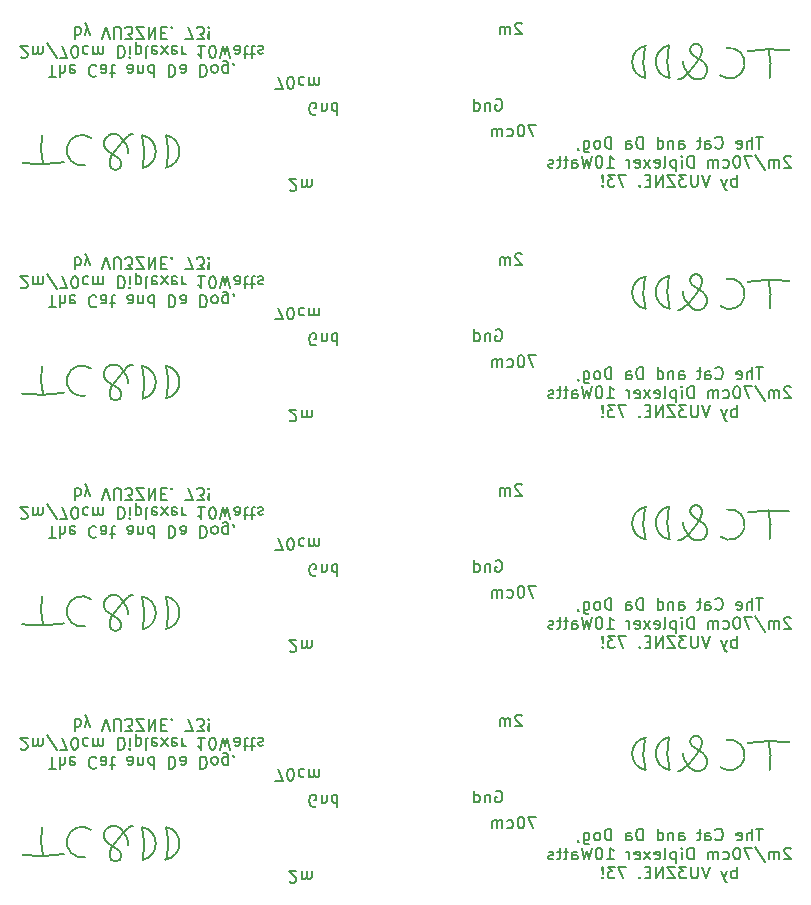
<source format=gbr>
%TF.GenerationSoftware,KiCad,Pcbnew,(6.0.10)*%
%TF.CreationDate,2023-02-03T22:17:50+05:30*%
%TF.ProjectId,Diplexer Panel,4469706c-6578-4657-9220-50616e656c2e,rev?*%
%TF.SameCoordinates,Original*%
%TF.FileFunction,Legend,Bot*%
%TF.FilePolarity,Positive*%
%FSLAX46Y46*%
G04 Gerber Fmt 4.6, Leading zero omitted, Abs format (unit mm)*
G04 Created by KiCad (PCBNEW (6.0.10)) date 2023-02-03 22:17:50*
%MOMM*%
%LPD*%
G01*
G04 APERTURE LIST*
%ADD10C,0.150000*%
G04 APERTURE END LIST*
D10*
X118283047Y-91799619D02*
X118854476Y-91799619D01*
X118568761Y-90799619D02*
X118568761Y-91799619D01*
X119187809Y-90799619D02*
X119187809Y-91799619D01*
X119616380Y-90799619D02*
X119616380Y-91323428D01*
X119568761Y-91418666D01*
X119473523Y-91466285D01*
X119330666Y-91466285D01*
X119235428Y-91418666D01*
X119187809Y-91371047D01*
X120473523Y-90847238D02*
X120378285Y-90799619D01*
X120187809Y-90799619D01*
X120092571Y-90847238D01*
X120044952Y-90942476D01*
X120044952Y-91323428D01*
X120092571Y-91418666D01*
X120187809Y-91466285D01*
X120378285Y-91466285D01*
X120473523Y-91418666D01*
X120521142Y-91323428D01*
X120521142Y-91228190D01*
X120044952Y-91132952D01*
X122283047Y-90894857D02*
X122235428Y-90847238D01*
X122092571Y-90799619D01*
X121997333Y-90799619D01*
X121854476Y-90847238D01*
X121759238Y-90942476D01*
X121711619Y-91037714D01*
X121664000Y-91228190D01*
X121664000Y-91371047D01*
X121711619Y-91561523D01*
X121759238Y-91656761D01*
X121854476Y-91752000D01*
X121997333Y-91799619D01*
X122092571Y-91799619D01*
X122235428Y-91752000D01*
X122283047Y-91704380D01*
X123140190Y-90799619D02*
X123140190Y-91323428D01*
X123092571Y-91418666D01*
X122997333Y-91466285D01*
X122806857Y-91466285D01*
X122711619Y-91418666D01*
X123140190Y-90847238D02*
X123044952Y-90799619D01*
X122806857Y-90799619D01*
X122711619Y-90847238D01*
X122664000Y-90942476D01*
X122664000Y-91037714D01*
X122711619Y-91132952D01*
X122806857Y-91180571D01*
X123044952Y-91180571D01*
X123140190Y-91228190D01*
X123473523Y-91466285D02*
X123854476Y-91466285D01*
X123616380Y-91799619D02*
X123616380Y-90942476D01*
X123664000Y-90847238D01*
X123759238Y-90799619D01*
X123854476Y-90799619D01*
X125378285Y-90799619D02*
X125378285Y-91323428D01*
X125330666Y-91418666D01*
X125235428Y-91466285D01*
X125044952Y-91466285D01*
X124949714Y-91418666D01*
X125378285Y-90847238D02*
X125283047Y-90799619D01*
X125044952Y-90799619D01*
X124949714Y-90847238D01*
X124902095Y-90942476D01*
X124902095Y-91037714D01*
X124949714Y-91132952D01*
X125044952Y-91180571D01*
X125283047Y-91180571D01*
X125378285Y-91228190D01*
X125854476Y-91466285D02*
X125854476Y-90799619D01*
X125854476Y-91371047D02*
X125902095Y-91418666D01*
X125997333Y-91466285D01*
X126140190Y-91466285D01*
X126235428Y-91418666D01*
X126283047Y-91323428D01*
X126283047Y-90799619D01*
X127187809Y-90799619D02*
X127187809Y-91799619D01*
X127187809Y-90847238D02*
X127092571Y-90799619D01*
X126902095Y-90799619D01*
X126806857Y-90847238D01*
X126759238Y-90894857D01*
X126711619Y-90990095D01*
X126711619Y-91275809D01*
X126759238Y-91371047D01*
X126806857Y-91418666D01*
X126902095Y-91466285D01*
X127092571Y-91466285D01*
X127187809Y-91418666D01*
X128425904Y-90799619D02*
X128425904Y-91799619D01*
X128664000Y-91799619D01*
X128806857Y-91752000D01*
X128902095Y-91656761D01*
X128949714Y-91561523D01*
X128997333Y-91371047D01*
X128997333Y-91228190D01*
X128949714Y-91037714D01*
X128902095Y-90942476D01*
X128806857Y-90847238D01*
X128664000Y-90799619D01*
X128425904Y-90799619D01*
X129854476Y-90799619D02*
X129854476Y-91323428D01*
X129806857Y-91418666D01*
X129711619Y-91466285D01*
X129521142Y-91466285D01*
X129425904Y-91418666D01*
X129854476Y-90847238D02*
X129759238Y-90799619D01*
X129521142Y-90799619D01*
X129425904Y-90847238D01*
X129378285Y-90942476D01*
X129378285Y-91037714D01*
X129425904Y-91132952D01*
X129521142Y-91180571D01*
X129759238Y-91180571D01*
X129854476Y-91228190D01*
X131092571Y-90799619D02*
X131092571Y-91799619D01*
X131330666Y-91799619D01*
X131473523Y-91752000D01*
X131568761Y-91656761D01*
X131616380Y-91561523D01*
X131664000Y-91371047D01*
X131664000Y-91228190D01*
X131616380Y-91037714D01*
X131568761Y-90942476D01*
X131473523Y-90847238D01*
X131330666Y-90799619D01*
X131092571Y-90799619D01*
X132235428Y-90799619D02*
X132140190Y-90847238D01*
X132092571Y-90894857D01*
X132044952Y-90990095D01*
X132044952Y-91275809D01*
X132092571Y-91371047D01*
X132140190Y-91418666D01*
X132235428Y-91466285D01*
X132378285Y-91466285D01*
X132473523Y-91418666D01*
X132521142Y-91371047D01*
X132568761Y-91275809D01*
X132568761Y-90990095D01*
X132521142Y-90894857D01*
X132473523Y-90847238D01*
X132378285Y-90799619D01*
X132235428Y-90799619D01*
X133425904Y-91466285D02*
X133425904Y-90656761D01*
X133378285Y-90561523D01*
X133330666Y-90513904D01*
X133235428Y-90466285D01*
X133092571Y-90466285D01*
X132997333Y-90513904D01*
X133425904Y-90847238D02*
X133330666Y-90799619D01*
X133140190Y-90799619D01*
X133044952Y-90847238D01*
X132997333Y-90894857D01*
X132949714Y-90990095D01*
X132949714Y-91275809D01*
X132997333Y-91371047D01*
X133044952Y-91418666D01*
X133140190Y-91466285D01*
X133330666Y-91466285D01*
X133425904Y-91418666D01*
X133949714Y-90847238D02*
X133949714Y-90799619D01*
X133902095Y-90704380D01*
X133854476Y-90656761D01*
X115902095Y-90094380D02*
X115949714Y-90142000D01*
X116044952Y-90189619D01*
X116283047Y-90189619D01*
X116378285Y-90142000D01*
X116425904Y-90094380D01*
X116473523Y-89999142D01*
X116473523Y-89903904D01*
X116425904Y-89761047D01*
X115854476Y-89189619D01*
X116473523Y-89189619D01*
X116902095Y-89189619D02*
X116902095Y-89856285D01*
X116902095Y-89761047D02*
X116949714Y-89808666D01*
X117044952Y-89856285D01*
X117187809Y-89856285D01*
X117283047Y-89808666D01*
X117330666Y-89713428D01*
X117330666Y-89189619D01*
X117330666Y-89713428D02*
X117378285Y-89808666D01*
X117473523Y-89856285D01*
X117616380Y-89856285D01*
X117711619Y-89808666D01*
X117759238Y-89713428D01*
X117759238Y-89189619D01*
X118949714Y-90237238D02*
X118092571Y-88951523D01*
X119187809Y-90189619D02*
X119854476Y-90189619D01*
X119425904Y-89189619D01*
X120425904Y-90189619D02*
X120521142Y-90189619D01*
X120616380Y-90142000D01*
X120664000Y-90094380D01*
X120711619Y-89999142D01*
X120759238Y-89808666D01*
X120759238Y-89570571D01*
X120711619Y-89380095D01*
X120664000Y-89284857D01*
X120616380Y-89237238D01*
X120521142Y-89189619D01*
X120425904Y-89189619D01*
X120330666Y-89237238D01*
X120283047Y-89284857D01*
X120235428Y-89380095D01*
X120187809Y-89570571D01*
X120187809Y-89808666D01*
X120235428Y-89999142D01*
X120283047Y-90094380D01*
X120330666Y-90142000D01*
X120425904Y-90189619D01*
X121616380Y-89237238D02*
X121521142Y-89189619D01*
X121330666Y-89189619D01*
X121235428Y-89237238D01*
X121187809Y-89284857D01*
X121140190Y-89380095D01*
X121140190Y-89665809D01*
X121187809Y-89761047D01*
X121235428Y-89808666D01*
X121330666Y-89856285D01*
X121521142Y-89856285D01*
X121616380Y-89808666D01*
X122044952Y-89189619D02*
X122044952Y-89856285D01*
X122044952Y-89761047D02*
X122092571Y-89808666D01*
X122187809Y-89856285D01*
X122330666Y-89856285D01*
X122425904Y-89808666D01*
X122473523Y-89713428D01*
X122473523Y-89189619D01*
X122473523Y-89713428D02*
X122521142Y-89808666D01*
X122616380Y-89856285D01*
X122759238Y-89856285D01*
X122854476Y-89808666D01*
X122902095Y-89713428D01*
X122902095Y-89189619D01*
X124140190Y-89189619D02*
X124140190Y-90189619D01*
X124378285Y-90189619D01*
X124521142Y-90142000D01*
X124616380Y-90046761D01*
X124664000Y-89951523D01*
X124711619Y-89761047D01*
X124711619Y-89618190D01*
X124664000Y-89427714D01*
X124616380Y-89332476D01*
X124521142Y-89237238D01*
X124378285Y-89189619D01*
X124140190Y-89189619D01*
X125140190Y-89189619D02*
X125140190Y-89856285D01*
X125140190Y-90189619D02*
X125092571Y-90142000D01*
X125140190Y-90094380D01*
X125187809Y-90142000D01*
X125140190Y-90189619D01*
X125140190Y-90094380D01*
X125616380Y-89856285D02*
X125616380Y-88856285D01*
X125616380Y-89808666D02*
X125711619Y-89856285D01*
X125902095Y-89856285D01*
X125997333Y-89808666D01*
X126044952Y-89761047D01*
X126092571Y-89665809D01*
X126092571Y-89380095D01*
X126044952Y-89284857D01*
X125997333Y-89237238D01*
X125902095Y-89189619D01*
X125711619Y-89189619D01*
X125616380Y-89237238D01*
X126664000Y-89189619D02*
X126568761Y-89237238D01*
X126521142Y-89332476D01*
X126521142Y-90189619D01*
X127425904Y-89237238D02*
X127330666Y-89189619D01*
X127140190Y-89189619D01*
X127044952Y-89237238D01*
X126997333Y-89332476D01*
X126997333Y-89713428D01*
X127044952Y-89808666D01*
X127140190Y-89856285D01*
X127330666Y-89856285D01*
X127425904Y-89808666D01*
X127473523Y-89713428D01*
X127473523Y-89618190D01*
X126997333Y-89522952D01*
X127806857Y-89189619D02*
X128330666Y-89856285D01*
X127806857Y-89856285D02*
X128330666Y-89189619D01*
X129092571Y-89237238D02*
X128997333Y-89189619D01*
X128806857Y-89189619D01*
X128711619Y-89237238D01*
X128664000Y-89332476D01*
X128664000Y-89713428D01*
X128711619Y-89808666D01*
X128806857Y-89856285D01*
X128997333Y-89856285D01*
X129092571Y-89808666D01*
X129140190Y-89713428D01*
X129140190Y-89618190D01*
X128664000Y-89522952D01*
X129568761Y-89189619D02*
X129568761Y-89856285D01*
X129568761Y-89665809D02*
X129616380Y-89761047D01*
X129664000Y-89808666D01*
X129759238Y-89856285D01*
X129854476Y-89856285D01*
X131473523Y-89189619D02*
X130902095Y-89189619D01*
X131187809Y-89189619D02*
X131187809Y-90189619D01*
X131092571Y-90046761D01*
X130997333Y-89951523D01*
X130902095Y-89903904D01*
X132092571Y-90189619D02*
X132187809Y-90189619D01*
X132283047Y-90142000D01*
X132330666Y-90094380D01*
X132378285Y-89999142D01*
X132425904Y-89808666D01*
X132425904Y-89570571D01*
X132378285Y-89380095D01*
X132330666Y-89284857D01*
X132283047Y-89237238D01*
X132187809Y-89189619D01*
X132092571Y-89189619D01*
X131997333Y-89237238D01*
X131949714Y-89284857D01*
X131902095Y-89380095D01*
X131854476Y-89570571D01*
X131854476Y-89808666D01*
X131902095Y-89999142D01*
X131949714Y-90094380D01*
X131997333Y-90142000D01*
X132092571Y-90189619D01*
X132759238Y-90189619D02*
X132997333Y-89189619D01*
X133187809Y-89903904D01*
X133378285Y-89189619D01*
X133616380Y-90189619D01*
X134425904Y-89189619D02*
X134425904Y-89713428D01*
X134378285Y-89808666D01*
X134283047Y-89856285D01*
X134092571Y-89856285D01*
X133997333Y-89808666D01*
X134425904Y-89237238D02*
X134330666Y-89189619D01*
X134092571Y-89189619D01*
X133997333Y-89237238D01*
X133949714Y-89332476D01*
X133949714Y-89427714D01*
X133997333Y-89522952D01*
X134092571Y-89570571D01*
X134330666Y-89570571D01*
X134425904Y-89618190D01*
X134759238Y-89856285D02*
X135140190Y-89856285D01*
X134902095Y-90189619D02*
X134902095Y-89332476D01*
X134949714Y-89237238D01*
X135044952Y-89189619D01*
X135140190Y-89189619D01*
X135330666Y-89856285D02*
X135711619Y-89856285D01*
X135473523Y-90189619D02*
X135473523Y-89332476D01*
X135521142Y-89237238D01*
X135616380Y-89189619D01*
X135711619Y-89189619D01*
X135997333Y-89237238D02*
X136092571Y-89189619D01*
X136283047Y-89189619D01*
X136378285Y-89237238D01*
X136425904Y-89332476D01*
X136425904Y-89380095D01*
X136378285Y-89475333D01*
X136283047Y-89522952D01*
X136140190Y-89522952D01*
X136044952Y-89570571D01*
X135997333Y-89665809D01*
X135997333Y-89713428D01*
X136044952Y-89808666D01*
X136140190Y-89856285D01*
X136283047Y-89856285D01*
X136378285Y-89808666D01*
X120497333Y-87579619D02*
X120497333Y-88579619D01*
X120497333Y-88198666D02*
X120592571Y-88246285D01*
X120783047Y-88246285D01*
X120878285Y-88198666D01*
X120925904Y-88151047D01*
X120973523Y-88055809D01*
X120973523Y-87770095D01*
X120925904Y-87674857D01*
X120878285Y-87627238D01*
X120783047Y-87579619D01*
X120592571Y-87579619D01*
X120497333Y-87627238D01*
X121306857Y-88246285D02*
X121544952Y-87579619D01*
X121783047Y-88246285D02*
X121544952Y-87579619D01*
X121449714Y-87341523D01*
X121402095Y-87293904D01*
X121306857Y-87246285D01*
X122783047Y-88579619D02*
X123116380Y-87579619D01*
X123449714Y-88579619D01*
X123783047Y-88579619D02*
X123783047Y-87770095D01*
X123830666Y-87674857D01*
X123878285Y-87627238D01*
X123973523Y-87579619D01*
X124164000Y-87579619D01*
X124259238Y-87627238D01*
X124306857Y-87674857D01*
X124354476Y-87770095D01*
X124354476Y-88579619D01*
X124735428Y-88579619D02*
X125354476Y-88579619D01*
X125021142Y-88198666D01*
X125164000Y-88198666D01*
X125259238Y-88151047D01*
X125306857Y-88103428D01*
X125354476Y-88008190D01*
X125354476Y-87770095D01*
X125306857Y-87674857D01*
X125259238Y-87627238D01*
X125164000Y-87579619D01*
X124878285Y-87579619D01*
X124783047Y-87627238D01*
X124735428Y-87674857D01*
X125687809Y-88579619D02*
X126354476Y-88579619D01*
X125687809Y-87579619D01*
X126354476Y-87579619D01*
X126735428Y-87579619D02*
X126735428Y-88579619D01*
X127306857Y-87579619D01*
X127306857Y-88579619D01*
X127783047Y-88103428D02*
X128116380Y-88103428D01*
X128259238Y-87579619D02*
X127783047Y-87579619D01*
X127783047Y-88579619D01*
X128259238Y-88579619D01*
X128687809Y-87674857D02*
X128735428Y-87627238D01*
X128687809Y-87579619D01*
X128640190Y-87627238D01*
X128687809Y-87674857D01*
X128687809Y-87579619D01*
X129830666Y-88579619D02*
X130497333Y-88579619D01*
X130068761Y-87579619D01*
X130783047Y-88579619D02*
X131402095Y-88579619D01*
X131068761Y-88198666D01*
X131211619Y-88198666D01*
X131306857Y-88151047D01*
X131354476Y-88103428D01*
X131402095Y-88008190D01*
X131402095Y-87770095D01*
X131354476Y-87674857D01*
X131306857Y-87627238D01*
X131211619Y-87579619D01*
X130925904Y-87579619D01*
X130830666Y-87627238D01*
X130783047Y-87674857D01*
X131830666Y-87674857D02*
X131878285Y-87627238D01*
X131830666Y-87579619D01*
X131783047Y-87627238D01*
X131830666Y-87674857D01*
X131830666Y-87579619D01*
X131830666Y-87960571D02*
X131783047Y-88532000D01*
X131830666Y-88579619D01*
X131878285Y-88532000D01*
X131830666Y-87960571D01*
X131830666Y-88579619D01*
X178716952Y-57830380D02*
X178145523Y-57830380D01*
X178431238Y-58830380D02*
X178431238Y-57830380D01*
X177812190Y-58830380D02*
X177812190Y-57830380D01*
X177383619Y-58830380D02*
X177383619Y-58306571D01*
X177431238Y-58211333D01*
X177526476Y-58163714D01*
X177669333Y-58163714D01*
X177764571Y-58211333D01*
X177812190Y-58258952D01*
X176526476Y-58782761D02*
X176621714Y-58830380D01*
X176812190Y-58830380D01*
X176907428Y-58782761D01*
X176955047Y-58687523D01*
X176955047Y-58306571D01*
X176907428Y-58211333D01*
X176812190Y-58163714D01*
X176621714Y-58163714D01*
X176526476Y-58211333D01*
X176478857Y-58306571D01*
X176478857Y-58401809D01*
X176955047Y-58497047D01*
X174716952Y-58735142D02*
X174764571Y-58782761D01*
X174907428Y-58830380D01*
X175002666Y-58830380D01*
X175145523Y-58782761D01*
X175240761Y-58687523D01*
X175288380Y-58592285D01*
X175336000Y-58401809D01*
X175336000Y-58258952D01*
X175288380Y-58068476D01*
X175240761Y-57973238D01*
X175145523Y-57878000D01*
X175002666Y-57830380D01*
X174907428Y-57830380D01*
X174764571Y-57878000D01*
X174716952Y-57925619D01*
X173859809Y-58830380D02*
X173859809Y-58306571D01*
X173907428Y-58211333D01*
X174002666Y-58163714D01*
X174193142Y-58163714D01*
X174288380Y-58211333D01*
X173859809Y-58782761D02*
X173955047Y-58830380D01*
X174193142Y-58830380D01*
X174288380Y-58782761D01*
X174336000Y-58687523D01*
X174336000Y-58592285D01*
X174288380Y-58497047D01*
X174193142Y-58449428D01*
X173955047Y-58449428D01*
X173859809Y-58401809D01*
X173526476Y-58163714D02*
X173145523Y-58163714D01*
X173383619Y-57830380D02*
X173383619Y-58687523D01*
X173336000Y-58782761D01*
X173240761Y-58830380D01*
X173145523Y-58830380D01*
X171621714Y-58830380D02*
X171621714Y-58306571D01*
X171669333Y-58211333D01*
X171764571Y-58163714D01*
X171955047Y-58163714D01*
X172050285Y-58211333D01*
X171621714Y-58782761D02*
X171716952Y-58830380D01*
X171955047Y-58830380D01*
X172050285Y-58782761D01*
X172097904Y-58687523D01*
X172097904Y-58592285D01*
X172050285Y-58497047D01*
X171955047Y-58449428D01*
X171716952Y-58449428D01*
X171621714Y-58401809D01*
X171145523Y-58163714D02*
X171145523Y-58830380D01*
X171145523Y-58258952D02*
X171097904Y-58211333D01*
X171002666Y-58163714D01*
X170859809Y-58163714D01*
X170764571Y-58211333D01*
X170716952Y-58306571D01*
X170716952Y-58830380D01*
X169812190Y-58830380D02*
X169812190Y-57830380D01*
X169812190Y-58782761D02*
X169907428Y-58830380D01*
X170097904Y-58830380D01*
X170193142Y-58782761D01*
X170240761Y-58735142D01*
X170288380Y-58639904D01*
X170288380Y-58354190D01*
X170240761Y-58258952D01*
X170193142Y-58211333D01*
X170097904Y-58163714D01*
X169907428Y-58163714D01*
X169812190Y-58211333D01*
X168574095Y-58830380D02*
X168574095Y-57830380D01*
X168336000Y-57830380D01*
X168193142Y-57878000D01*
X168097904Y-57973238D01*
X168050285Y-58068476D01*
X168002666Y-58258952D01*
X168002666Y-58401809D01*
X168050285Y-58592285D01*
X168097904Y-58687523D01*
X168193142Y-58782761D01*
X168336000Y-58830380D01*
X168574095Y-58830380D01*
X167145523Y-58830380D02*
X167145523Y-58306571D01*
X167193142Y-58211333D01*
X167288380Y-58163714D01*
X167478857Y-58163714D01*
X167574095Y-58211333D01*
X167145523Y-58782761D02*
X167240761Y-58830380D01*
X167478857Y-58830380D01*
X167574095Y-58782761D01*
X167621714Y-58687523D01*
X167621714Y-58592285D01*
X167574095Y-58497047D01*
X167478857Y-58449428D01*
X167240761Y-58449428D01*
X167145523Y-58401809D01*
X165907428Y-58830380D02*
X165907428Y-57830380D01*
X165669333Y-57830380D01*
X165526476Y-57878000D01*
X165431238Y-57973238D01*
X165383619Y-58068476D01*
X165336000Y-58258952D01*
X165336000Y-58401809D01*
X165383619Y-58592285D01*
X165431238Y-58687523D01*
X165526476Y-58782761D01*
X165669333Y-58830380D01*
X165907428Y-58830380D01*
X164764571Y-58830380D02*
X164859809Y-58782761D01*
X164907428Y-58735142D01*
X164955047Y-58639904D01*
X164955047Y-58354190D01*
X164907428Y-58258952D01*
X164859809Y-58211333D01*
X164764571Y-58163714D01*
X164621714Y-58163714D01*
X164526476Y-58211333D01*
X164478857Y-58258952D01*
X164431238Y-58354190D01*
X164431238Y-58639904D01*
X164478857Y-58735142D01*
X164526476Y-58782761D01*
X164621714Y-58830380D01*
X164764571Y-58830380D01*
X163574095Y-58163714D02*
X163574095Y-58973238D01*
X163621714Y-59068476D01*
X163669333Y-59116095D01*
X163764571Y-59163714D01*
X163907428Y-59163714D01*
X164002666Y-59116095D01*
X163574095Y-58782761D02*
X163669333Y-58830380D01*
X163859809Y-58830380D01*
X163955047Y-58782761D01*
X164002666Y-58735142D01*
X164050285Y-58639904D01*
X164050285Y-58354190D01*
X164002666Y-58258952D01*
X163955047Y-58211333D01*
X163859809Y-58163714D01*
X163669333Y-58163714D01*
X163574095Y-58211333D01*
X163050285Y-58782761D02*
X163050285Y-58830380D01*
X163097904Y-58925619D01*
X163145523Y-58973238D01*
X181097904Y-59535619D02*
X181050285Y-59488000D01*
X180955047Y-59440380D01*
X180716952Y-59440380D01*
X180621714Y-59488000D01*
X180574095Y-59535619D01*
X180526476Y-59630857D01*
X180526476Y-59726095D01*
X180574095Y-59868952D01*
X181145523Y-60440380D01*
X180526476Y-60440380D01*
X180097904Y-60440380D02*
X180097904Y-59773714D01*
X180097904Y-59868952D02*
X180050285Y-59821333D01*
X179955047Y-59773714D01*
X179812190Y-59773714D01*
X179716952Y-59821333D01*
X179669333Y-59916571D01*
X179669333Y-60440380D01*
X179669333Y-59916571D02*
X179621714Y-59821333D01*
X179526476Y-59773714D01*
X179383619Y-59773714D01*
X179288380Y-59821333D01*
X179240761Y-59916571D01*
X179240761Y-60440380D01*
X178050285Y-59392761D02*
X178907428Y-60678476D01*
X177812190Y-59440380D02*
X177145523Y-59440380D01*
X177574095Y-60440380D01*
X176574095Y-59440380D02*
X176478857Y-59440380D01*
X176383619Y-59488000D01*
X176336000Y-59535619D01*
X176288380Y-59630857D01*
X176240761Y-59821333D01*
X176240761Y-60059428D01*
X176288380Y-60249904D01*
X176336000Y-60345142D01*
X176383619Y-60392761D01*
X176478857Y-60440380D01*
X176574095Y-60440380D01*
X176669333Y-60392761D01*
X176716952Y-60345142D01*
X176764571Y-60249904D01*
X176812190Y-60059428D01*
X176812190Y-59821333D01*
X176764571Y-59630857D01*
X176716952Y-59535619D01*
X176669333Y-59488000D01*
X176574095Y-59440380D01*
X175383619Y-60392761D02*
X175478857Y-60440380D01*
X175669333Y-60440380D01*
X175764571Y-60392761D01*
X175812190Y-60345142D01*
X175859809Y-60249904D01*
X175859809Y-59964190D01*
X175812190Y-59868952D01*
X175764571Y-59821333D01*
X175669333Y-59773714D01*
X175478857Y-59773714D01*
X175383619Y-59821333D01*
X174955047Y-60440380D02*
X174955047Y-59773714D01*
X174955047Y-59868952D02*
X174907428Y-59821333D01*
X174812190Y-59773714D01*
X174669333Y-59773714D01*
X174574095Y-59821333D01*
X174526476Y-59916571D01*
X174526476Y-60440380D01*
X174526476Y-59916571D02*
X174478857Y-59821333D01*
X174383619Y-59773714D01*
X174240761Y-59773714D01*
X174145523Y-59821333D01*
X174097904Y-59916571D01*
X174097904Y-60440380D01*
X172859809Y-60440380D02*
X172859809Y-59440380D01*
X172621714Y-59440380D01*
X172478857Y-59488000D01*
X172383619Y-59583238D01*
X172336000Y-59678476D01*
X172288380Y-59868952D01*
X172288380Y-60011809D01*
X172336000Y-60202285D01*
X172383619Y-60297523D01*
X172478857Y-60392761D01*
X172621714Y-60440380D01*
X172859809Y-60440380D01*
X171859809Y-60440380D02*
X171859809Y-59773714D01*
X171859809Y-59440380D02*
X171907428Y-59488000D01*
X171859809Y-59535619D01*
X171812190Y-59488000D01*
X171859809Y-59440380D01*
X171859809Y-59535619D01*
X171383619Y-59773714D02*
X171383619Y-60773714D01*
X171383619Y-59821333D02*
X171288380Y-59773714D01*
X171097904Y-59773714D01*
X171002666Y-59821333D01*
X170955047Y-59868952D01*
X170907428Y-59964190D01*
X170907428Y-60249904D01*
X170955047Y-60345142D01*
X171002666Y-60392761D01*
X171097904Y-60440380D01*
X171288380Y-60440380D01*
X171383619Y-60392761D01*
X170336000Y-60440380D02*
X170431238Y-60392761D01*
X170478857Y-60297523D01*
X170478857Y-59440380D01*
X169574095Y-60392761D02*
X169669333Y-60440380D01*
X169859809Y-60440380D01*
X169955047Y-60392761D01*
X170002666Y-60297523D01*
X170002666Y-59916571D01*
X169955047Y-59821333D01*
X169859809Y-59773714D01*
X169669333Y-59773714D01*
X169574095Y-59821333D01*
X169526476Y-59916571D01*
X169526476Y-60011809D01*
X170002666Y-60107047D01*
X169193142Y-60440380D02*
X168669333Y-59773714D01*
X169193142Y-59773714D02*
X168669333Y-60440380D01*
X167907428Y-60392761D02*
X168002666Y-60440380D01*
X168193142Y-60440380D01*
X168288380Y-60392761D01*
X168336000Y-60297523D01*
X168336000Y-59916571D01*
X168288380Y-59821333D01*
X168193142Y-59773714D01*
X168002666Y-59773714D01*
X167907428Y-59821333D01*
X167859809Y-59916571D01*
X167859809Y-60011809D01*
X168336000Y-60107047D01*
X167431238Y-60440380D02*
X167431238Y-59773714D01*
X167431238Y-59964190D02*
X167383619Y-59868952D01*
X167336000Y-59821333D01*
X167240761Y-59773714D01*
X167145523Y-59773714D01*
X165526476Y-60440380D02*
X166097904Y-60440380D01*
X165812190Y-60440380D02*
X165812190Y-59440380D01*
X165907428Y-59583238D01*
X166002666Y-59678476D01*
X166097904Y-59726095D01*
X164907428Y-59440380D02*
X164812190Y-59440380D01*
X164716952Y-59488000D01*
X164669333Y-59535619D01*
X164621714Y-59630857D01*
X164574095Y-59821333D01*
X164574095Y-60059428D01*
X164621714Y-60249904D01*
X164669333Y-60345142D01*
X164716952Y-60392761D01*
X164812190Y-60440380D01*
X164907428Y-60440380D01*
X165002666Y-60392761D01*
X165050285Y-60345142D01*
X165097904Y-60249904D01*
X165145523Y-60059428D01*
X165145523Y-59821333D01*
X165097904Y-59630857D01*
X165050285Y-59535619D01*
X165002666Y-59488000D01*
X164907428Y-59440380D01*
X164240761Y-59440380D02*
X164002666Y-60440380D01*
X163812190Y-59726095D01*
X163621714Y-60440380D01*
X163383619Y-59440380D01*
X162574095Y-60440380D02*
X162574095Y-59916571D01*
X162621714Y-59821333D01*
X162716952Y-59773714D01*
X162907428Y-59773714D01*
X163002666Y-59821333D01*
X162574095Y-60392761D02*
X162669333Y-60440380D01*
X162907428Y-60440380D01*
X163002666Y-60392761D01*
X163050285Y-60297523D01*
X163050285Y-60202285D01*
X163002666Y-60107047D01*
X162907428Y-60059428D01*
X162669333Y-60059428D01*
X162574095Y-60011809D01*
X162240761Y-59773714D02*
X161859809Y-59773714D01*
X162097904Y-59440380D02*
X162097904Y-60297523D01*
X162050285Y-60392761D01*
X161955047Y-60440380D01*
X161859809Y-60440380D01*
X161669333Y-59773714D02*
X161288380Y-59773714D01*
X161526476Y-59440380D02*
X161526476Y-60297523D01*
X161478857Y-60392761D01*
X161383619Y-60440380D01*
X161288380Y-60440380D01*
X161002666Y-60392761D02*
X160907428Y-60440380D01*
X160716952Y-60440380D01*
X160621714Y-60392761D01*
X160574095Y-60297523D01*
X160574095Y-60249904D01*
X160621714Y-60154666D01*
X160716952Y-60107047D01*
X160859809Y-60107047D01*
X160955047Y-60059428D01*
X161002666Y-59964190D01*
X161002666Y-59916571D01*
X160955047Y-59821333D01*
X160859809Y-59773714D01*
X160716952Y-59773714D01*
X160621714Y-59821333D01*
X176502666Y-62050380D02*
X176502666Y-61050380D01*
X176502666Y-61431333D02*
X176407428Y-61383714D01*
X176216952Y-61383714D01*
X176121714Y-61431333D01*
X176074095Y-61478952D01*
X176026476Y-61574190D01*
X176026476Y-61859904D01*
X176074095Y-61955142D01*
X176121714Y-62002761D01*
X176216952Y-62050380D01*
X176407428Y-62050380D01*
X176502666Y-62002761D01*
X175693142Y-61383714D02*
X175455047Y-62050380D01*
X175216952Y-61383714D02*
X175455047Y-62050380D01*
X175550285Y-62288476D01*
X175597904Y-62336095D01*
X175693142Y-62383714D01*
X174216952Y-61050380D02*
X173883619Y-62050380D01*
X173550285Y-61050380D01*
X173216952Y-61050380D02*
X173216952Y-61859904D01*
X173169333Y-61955142D01*
X173121714Y-62002761D01*
X173026476Y-62050380D01*
X172836000Y-62050380D01*
X172740761Y-62002761D01*
X172693142Y-61955142D01*
X172645523Y-61859904D01*
X172645523Y-61050380D01*
X172264571Y-61050380D02*
X171645523Y-61050380D01*
X171978857Y-61431333D01*
X171836000Y-61431333D01*
X171740761Y-61478952D01*
X171693142Y-61526571D01*
X171645523Y-61621809D01*
X171645523Y-61859904D01*
X171693142Y-61955142D01*
X171740761Y-62002761D01*
X171836000Y-62050380D01*
X172121714Y-62050380D01*
X172216952Y-62002761D01*
X172264571Y-61955142D01*
X171312190Y-61050380D02*
X170645523Y-61050380D01*
X171312190Y-62050380D01*
X170645523Y-62050380D01*
X170264571Y-62050380D02*
X170264571Y-61050380D01*
X169693142Y-62050380D01*
X169693142Y-61050380D01*
X169216952Y-61526571D02*
X168883619Y-61526571D01*
X168740761Y-62050380D02*
X169216952Y-62050380D01*
X169216952Y-61050380D01*
X168740761Y-61050380D01*
X168312190Y-61955142D02*
X168264571Y-62002761D01*
X168312190Y-62050380D01*
X168359809Y-62002761D01*
X168312190Y-61955142D01*
X168312190Y-62050380D01*
X167169333Y-61050380D02*
X166502666Y-61050380D01*
X166931238Y-62050380D01*
X166216952Y-61050380D02*
X165597904Y-61050380D01*
X165931238Y-61431333D01*
X165788380Y-61431333D01*
X165693142Y-61478952D01*
X165645523Y-61526571D01*
X165597904Y-61621809D01*
X165597904Y-61859904D01*
X165645523Y-61955142D01*
X165693142Y-62002761D01*
X165788380Y-62050380D01*
X166074095Y-62050380D01*
X166169333Y-62002761D01*
X166216952Y-61955142D01*
X165169333Y-61955142D02*
X165121714Y-62002761D01*
X165169333Y-62050380D01*
X165216952Y-62002761D01*
X165169333Y-61955142D01*
X165169333Y-62050380D01*
X165169333Y-61669428D02*
X165216952Y-61098000D01*
X165169333Y-61050380D01*
X165121714Y-61098000D01*
X165169333Y-61669428D01*
X165169333Y-61050380D01*
X178716952Y-38304380D02*
X178145523Y-38304380D01*
X178431238Y-39304380D02*
X178431238Y-38304380D01*
X177812190Y-39304380D02*
X177812190Y-38304380D01*
X177383619Y-39304380D02*
X177383619Y-38780571D01*
X177431238Y-38685333D01*
X177526476Y-38637714D01*
X177669333Y-38637714D01*
X177764571Y-38685333D01*
X177812190Y-38732952D01*
X176526476Y-39256761D02*
X176621714Y-39304380D01*
X176812190Y-39304380D01*
X176907428Y-39256761D01*
X176955047Y-39161523D01*
X176955047Y-38780571D01*
X176907428Y-38685333D01*
X176812190Y-38637714D01*
X176621714Y-38637714D01*
X176526476Y-38685333D01*
X176478857Y-38780571D01*
X176478857Y-38875809D01*
X176955047Y-38971047D01*
X174716952Y-39209142D02*
X174764571Y-39256761D01*
X174907428Y-39304380D01*
X175002666Y-39304380D01*
X175145523Y-39256761D01*
X175240761Y-39161523D01*
X175288380Y-39066285D01*
X175336000Y-38875809D01*
X175336000Y-38732952D01*
X175288380Y-38542476D01*
X175240761Y-38447238D01*
X175145523Y-38352000D01*
X175002666Y-38304380D01*
X174907428Y-38304380D01*
X174764571Y-38352000D01*
X174716952Y-38399619D01*
X173859809Y-39304380D02*
X173859809Y-38780571D01*
X173907428Y-38685333D01*
X174002666Y-38637714D01*
X174193142Y-38637714D01*
X174288380Y-38685333D01*
X173859809Y-39256761D02*
X173955047Y-39304380D01*
X174193142Y-39304380D01*
X174288380Y-39256761D01*
X174336000Y-39161523D01*
X174336000Y-39066285D01*
X174288380Y-38971047D01*
X174193142Y-38923428D01*
X173955047Y-38923428D01*
X173859809Y-38875809D01*
X173526476Y-38637714D02*
X173145523Y-38637714D01*
X173383619Y-38304380D02*
X173383619Y-39161523D01*
X173336000Y-39256761D01*
X173240761Y-39304380D01*
X173145523Y-39304380D01*
X171621714Y-39304380D02*
X171621714Y-38780571D01*
X171669333Y-38685333D01*
X171764571Y-38637714D01*
X171955047Y-38637714D01*
X172050285Y-38685333D01*
X171621714Y-39256761D02*
X171716952Y-39304380D01*
X171955047Y-39304380D01*
X172050285Y-39256761D01*
X172097904Y-39161523D01*
X172097904Y-39066285D01*
X172050285Y-38971047D01*
X171955047Y-38923428D01*
X171716952Y-38923428D01*
X171621714Y-38875809D01*
X171145523Y-38637714D02*
X171145523Y-39304380D01*
X171145523Y-38732952D02*
X171097904Y-38685333D01*
X171002666Y-38637714D01*
X170859809Y-38637714D01*
X170764571Y-38685333D01*
X170716952Y-38780571D01*
X170716952Y-39304380D01*
X169812190Y-39304380D02*
X169812190Y-38304380D01*
X169812190Y-39256761D02*
X169907428Y-39304380D01*
X170097904Y-39304380D01*
X170193142Y-39256761D01*
X170240761Y-39209142D01*
X170288380Y-39113904D01*
X170288380Y-38828190D01*
X170240761Y-38732952D01*
X170193142Y-38685333D01*
X170097904Y-38637714D01*
X169907428Y-38637714D01*
X169812190Y-38685333D01*
X168574095Y-39304380D02*
X168574095Y-38304380D01*
X168336000Y-38304380D01*
X168193142Y-38352000D01*
X168097904Y-38447238D01*
X168050285Y-38542476D01*
X168002666Y-38732952D01*
X168002666Y-38875809D01*
X168050285Y-39066285D01*
X168097904Y-39161523D01*
X168193142Y-39256761D01*
X168336000Y-39304380D01*
X168574095Y-39304380D01*
X167145523Y-39304380D02*
X167145523Y-38780571D01*
X167193142Y-38685333D01*
X167288380Y-38637714D01*
X167478857Y-38637714D01*
X167574095Y-38685333D01*
X167145523Y-39256761D02*
X167240761Y-39304380D01*
X167478857Y-39304380D01*
X167574095Y-39256761D01*
X167621714Y-39161523D01*
X167621714Y-39066285D01*
X167574095Y-38971047D01*
X167478857Y-38923428D01*
X167240761Y-38923428D01*
X167145523Y-38875809D01*
X165907428Y-39304380D02*
X165907428Y-38304380D01*
X165669333Y-38304380D01*
X165526476Y-38352000D01*
X165431238Y-38447238D01*
X165383619Y-38542476D01*
X165336000Y-38732952D01*
X165336000Y-38875809D01*
X165383619Y-39066285D01*
X165431238Y-39161523D01*
X165526476Y-39256761D01*
X165669333Y-39304380D01*
X165907428Y-39304380D01*
X164764571Y-39304380D02*
X164859809Y-39256761D01*
X164907428Y-39209142D01*
X164955047Y-39113904D01*
X164955047Y-38828190D01*
X164907428Y-38732952D01*
X164859809Y-38685333D01*
X164764571Y-38637714D01*
X164621714Y-38637714D01*
X164526476Y-38685333D01*
X164478857Y-38732952D01*
X164431238Y-38828190D01*
X164431238Y-39113904D01*
X164478857Y-39209142D01*
X164526476Y-39256761D01*
X164621714Y-39304380D01*
X164764571Y-39304380D01*
X163574095Y-38637714D02*
X163574095Y-39447238D01*
X163621714Y-39542476D01*
X163669333Y-39590095D01*
X163764571Y-39637714D01*
X163907428Y-39637714D01*
X164002666Y-39590095D01*
X163574095Y-39256761D02*
X163669333Y-39304380D01*
X163859809Y-39304380D01*
X163955047Y-39256761D01*
X164002666Y-39209142D01*
X164050285Y-39113904D01*
X164050285Y-38828190D01*
X164002666Y-38732952D01*
X163955047Y-38685333D01*
X163859809Y-38637714D01*
X163669333Y-38637714D01*
X163574095Y-38685333D01*
X163050285Y-39256761D02*
X163050285Y-39304380D01*
X163097904Y-39399619D01*
X163145523Y-39447238D01*
X181097904Y-40009619D02*
X181050285Y-39962000D01*
X180955047Y-39914380D01*
X180716952Y-39914380D01*
X180621714Y-39962000D01*
X180574095Y-40009619D01*
X180526476Y-40104857D01*
X180526476Y-40200095D01*
X180574095Y-40342952D01*
X181145523Y-40914380D01*
X180526476Y-40914380D01*
X180097904Y-40914380D02*
X180097904Y-40247714D01*
X180097904Y-40342952D02*
X180050285Y-40295333D01*
X179955047Y-40247714D01*
X179812190Y-40247714D01*
X179716952Y-40295333D01*
X179669333Y-40390571D01*
X179669333Y-40914380D01*
X179669333Y-40390571D02*
X179621714Y-40295333D01*
X179526476Y-40247714D01*
X179383619Y-40247714D01*
X179288380Y-40295333D01*
X179240761Y-40390571D01*
X179240761Y-40914380D01*
X178050285Y-39866761D02*
X178907428Y-41152476D01*
X177812190Y-39914380D02*
X177145523Y-39914380D01*
X177574095Y-40914380D01*
X176574095Y-39914380D02*
X176478857Y-39914380D01*
X176383619Y-39962000D01*
X176336000Y-40009619D01*
X176288380Y-40104857D01*
X176240761Y-40295333D01*
X176240761Y-40533428D01*
X176288380Y-40723904D01*
X176336000Y-40819142D01*
X176383619Y-40866761D01*
X176478857Y-40914380D01*
X176574095Y-40914380D01*
X176669333Y-40866761D01*
X176716952Y-40819142D01*
X176764571Y-40723904D01*
X176812190Y-40533428D01*
X176812190Y-40295333D01*
X176764571Y-40104857D01*
X176716952Y-40009619D01*
X176669333Y-39962000D01*
X176574095Y-39914380D01*
X175383619Y-40866761D02*
X175478857Y-40914380D01*
X175669333Y-40914380D01*
X175764571Y-40866761D01*
X175812190Y-40819142D01*
X175859809Y-40723904D01*
X175859809Y-40438190D01*
X175812190Y-40342952D01*
X175764571Y-40295333D01*
X175669333Y-40247714D01*
X175478857Y-40247714D01*
X175383619Y-40295333D01*
X174955047Y-40914380D02*
X174955047Y-40247714D01*
X174955047Y-40342952D02*
X174907428Y-40295333D01*
X174812190Y-40247714D01*
X174669333Y-40247714D01*
X174574095Y-40295333D01*
X174526476Y-40390571D01*
X174526476Y-40914380D01*
X174526476Y-40390571D02*
X174478857Y-40295333D01*
X174383619Y-40247714D01*
X174240761Y-40247714D01*
X174145523Y-40295333D01*
X174097904Y-40390571D01*
X174097904Y-40914380D01*
X172859809Y-40914380D02*
X172859809Y-39914380D01*
X172621714Y-39914380D01*
X172478857Y-39962000D01*
X172383619Y-40057238D01*
X172336000Y-40152476D01*
X172288380Y-40342952D01*
X172288380Y-40485809D01*
X172336000Y-40676285D01*
X172383619Y-40771523D01*
X172478857Y-40866761D01*
X172621714Y-40914380D01*
X172859809Y-40914380D01*
X171859809Y-40914380D02*
X171859809Y-40247714D01*
X171859809Y-39914380D02*
X171907428Y-39962000D01*
X171859809Y-40009619D01*
X171812190Y-39962000D01*
X171859809Y-39914380D01*
X171859809Y-40009619D01*
X171383619Y-40247714D02*
X171383619Y-41247714D01*
X171383619Y-40295333D02*
X171288380Y-40247714D01*
X171097904Y-40247714D01*
X171002666Y-40295333D01*
X170955047Y-40342952D01*
X170907428Y-40438190D01*
X170907428Y-40723904D01*
X170955047Y-40819142D01*
X171002666Y-40866761D01*
X171097904Y-40914380D01*
X171288380Y-40914380D01*
X171383619Y-40866761D01*
X170336000Y-40914380D02*
X170431238Y-40866761D01*
X170478857Y-40771523D01*
X170478857Y-39914380D01*
X169574095Y-40866761D02*
X169669333Y-40914380D01*
X169859809Y-40914380D01*
X169955047Y-40866761D01*
X170002666Y-40771523D01*
X170002666Y-40390571D01*
X169955047Y-40295333D01*
X169859809Y-40247714D01*
X169669333Y-40247714D01*
X169574095Y-40295333D01*
X169526476Y-40390571D01*
X169526476Y-40485809D01*
X170002666Y-40581047D01*
X169193142Y-40914380D02*
X168669333Y-40247714D01*
X169193142Y-40247714D02*
X168669333Y-40914380D01*
X167907428Y-40866761D02*
X168002666Y-40914380D01*
X168193142Y-40914380D01*
X168288380Y-40866761D01*
X168336000Y-40771523D01*
X168336000Y-40390571D01*
X168288380Y-40295333D01*
X168193142Y-40247714D01*
X168002666Y-40247714D01*
X167907428Y-40295333D01*
X167859809Y-40390571D01*
X167859809Y-40485809D01*
X168336000Y-40581047D01*
X167431238Y-40914380D02*
X167431238Y-40247714D01*
X167431238Y-40438190D02*
X167383619Y-40342952D01*
X167336000Y-40295333D01*
X167240761Y-40247714D01*
X167145523Y-40247714D01*
X165526476Y-40914380D02*
X166097904Y-40914380D01*
X165812190Y-40914380D02*
X165812190Y-39914380D01*
X165907428Y-40057238D01*
X166002666Y-40152476D01*
X166097904Y-40200095D01*
X164907428Y-39914380D02*
X164812190Y-39914380D01*
X164716952Y-39962000D01*
X164669333Y-40009619D01*
X164621714Y-40104857D01*
X164574095Y-40295333D01*
X164574095Y-40533428D01*
X164621714Y-40723904D01*
X164669333Y-40819142D01*
X164716952Y-40866761D01*
X164812190Y-40914380D01*
X164907428Y-40914380D01*
X165002666Y-40866761D01*
X165050285Y-40819142D01*
X165097904Y-40723904D01*
X165145523Y-40533428D01*
X165145523Y-40295333D01*
X165097904Y-40104857D01*
X165050285Y-40009619D01*
X165002666Y-39962000D01*
X164907428Y-39914380D01*
X164240761Y-39914380D02*
X164002666Y-40914380D01*
X163812190Y-40200095D01*
X163621714Y-40914380D01*
X163383619Y-39914380D01*
X162574095Y-40914380D02*
X162574095Y-40390571D01*
X162621714Y-40295333D01*
X162716952Y-40247714D01*
X162907428Y-40247714D01*
X163002666Y-40295333D01*
X162574095Y-40866761D02*
X162669333Y-40914380D01*
X162907428Y-40914380D01*
X163002666Y-40866761D01*
X163050285Y-40771523D01*
X163050285Y-40676285D01*
X163002666Y-40581047D01*
X162907428Y-40533428D01*
X162669333Y-40533428D01*
X162574095Y-40485809D01*
X162240761Y-40247714D02*
X161859809Y-40247714D01*
X162097904Y-39914380D02*
X162097904Y-40771523D01*
X162050285Y-40866761D01*
X161955047Y-40914380D01*
X161859809Y-40914380D01*
X161669333Y-40247714D02*
X161288380Y-40247714D01*
X161526476Y-39914380D02*
X161526476Y-40771523D01*
X161478857Y-40866761D01*
X161383619Y-40914380D01*
X161288380Y-40914380D01*
X161002666Y-40866761D02*
X160907428Y-40914380D01*
X160716952Y-40914380D01*
X160621714Y-40866761D01*
X160574095Y-40771523D01*
X160574095Y-40723904D01*
X160621714Y-40628666D01*
X160716952Y-40581047D01*
X160859809Y-40581047D01*
X160955047Y-40533428D01*
X161002666Y-40438190D01*
X161002666Y-40390571D01*
X160955047Y-40295333D01*
X160859809Y-40247714D01*
X160716952Y-40247714D01*
X160621714Y-40295333D01*
X176502666Y-42524380D02*
X176502666Y-41524380D01*
X176502666Y-41905333D02*
X176407428Y-41857714D01*
X176216952Y-41857714D01*
X176121714Y-41905333D01*
X176074095Y-41952952D01*
X176026476Y-42048190D01*
X176026476Y-42333904D01*
X176074095Y-42429142D01*
X176121714Y-42476761D01*
X176216952Y-42524380D01*
X176407428Y-42524380D01*
X176502666Y-42476761D01*
X175693142Y-41857714D02*
X175455047Y-42524380D01*
X175216952Y-41857714D02*
X175455047Y-42524380D01*
X175550285Y-42762476D01*
X175597904Y-42810095D01*
X175693142Y-42857714D01*
X174216952Y-41524380D02*
X173883619Y-42524380D01*
X173550285Y-41524380D01*
X173216952Y-41524380D02*
X173216952Y-42333904D01*
X173169333Y-42429142D01*
X173121714Y-42476761D01*
X173026476Y-42524380D01*
X172836000Y-42524380D01*
X172740761Y-42476761D01*
X172693142Y-42429142D01*
X172645523Y-42333904D01*
X172645523Y-41524380D01*
X172264571Y-41524380D02*
X171645523Y-41524380D01*
X171978857Y-41905333D01*
X171836000Y-41905333D01*
X171740761Y-41952952D01*
X171693142Y-42000571D01*
X171645523Y-42095809D01*
X171645523Y-42333904D01*
X171693142Y-42429142D01*
X171740761Y-42476761D01*
X171836000Y-42524380D01*
X172121714Y-42524380D01*
X172216952Y-42476761D01*
X172264571Y-42429142D01*
X171312190Y-41524380D02*
X170645523Y-41524380D01*
X171312190Y-42524380D01*
X170645523Y-42524380D01*
X170264571Y-42524380D02*
X170264571Y-41524380D01*
X169693142Y-42524380D01*
X169693142Y-41524380D01*
X169216952Y-42000571D02*
X168883619Y-42000571D01*
X168740761Y-42524380D02*
X169216952Y-42524380D01*
X169216952Y-41524380D01*
X168740761Y-41524380D01*
X168312190Y-42429142D02*
X168264571Y-42476761D01*
X168312190Y-42524380D01*
X168359809Y-42476761D01*
X168312190Y-42429142D01*
X168312190Y-42524380D01*
X167169333Y-41524380D02*
X166502666Y-41524380D01*
X166931238Y-42524380D01*
X166216952Y-41524380D02*
X165597904Y-41524380D01*
X165931238Y-41905333D01*
X165788380Y-41905333D01*
X165693142Y-41952952D01*
X165645523Y-42000571D01*
X165597904Y-42095809D01*
X165597904Y-42333904D01*
X165645523Y-42429142D01*
X165693142Y-42476761D01*
X165788380Y-42524380D01*
X166074095Y-42524380D01*
X166169333Y-42476761D01*
X166216952Y-42429142D01*
X165169333Y-42429142D02*
X165121714Y-42476761D01*
X165169333Y-42524380D01*
X165216952Y-42476761D01*
X165169333Y-42429142D01*
X165169333Y-42524380D01*
X165169333Y-42143428D02*
X165216952Y-41572000D01*
X165169333Y-41524380D01*
X165121714Y-41572000D01*
X165169333Y-42143428D01*
X165169333Y-41524380D01*
X178716952Y-96882380D02*
X178145523Y-96882380D01*
X178431238Y-97882380D02*
X178431238Y-96882380D01*
X177812190Y-97882380D02*
X177812190Y-96882380D01*
X177383619Y-97882380D02*
X177383619Y-97358571D01*
X177431238Y-97263333D01*
X177526476Y-97215714D01*
X177669333Y-97215714D01*
X177764571Y-97263333D01*
X177812190Y-97310952D01*
X176526476Y-97834761D02*
X176621714Y-97882380D01*
X176812190Y-97882380D01*
X176907428Y-97834761D01*
X176955047Y-97739523D01*
X176955047Y-97358571D01*
X176907428Y-97263333D01*
X176812190Y-97215714D01*
X176621714Y-97215714D01*
X176526476Y-97263333D01*
X176478857Y-97358571D01*
X176478857Y-97453809D01*
X176955047Y-97549047D01*
X174716952Y-97787142D02*
X174764571Y-97834761D01*
X174907428Y-97882380D01*
X175002666Y-97882380D01*
X175145523Y-97834761D01*
X175240761Y-97739523D01*
X175288380Y-97644285D01*
X175336000Y-97453809D01*
X175336000Y-97310952D01*
X175288380Y-97120476D01*
X175240761Y-97025238D01*
X175145523Y-96930000D01*
X175002666Y-96882380D01*
X174907428Y-96882380D01*
X174764571Y-96930000D01*
X174716952Y-96977619D01*
X173859809Y-97882380D02*
X173859809Y-97358571D01*
X173907428Y-97263333D01*
X174002666Y-97215714D01*
X174193142Y-97215714D01*
X174288380Y-97263333D01*
X173859809Y-97834761D02*
X173955047Y-97882380D01*
X174193142Y-97882380D01*
X174288380Y-97834761D01*
X174336000Y-97739523D01*
X174336000Y-97644285D01*
X174288380Y-97549047D01*
X174193142Y-97501428D01*
X173955047Y-97501428D01*
X173859809Y-97453809D01*
X173526476Y-97215714D02*
X173145523Y-97215714D01*
X173383619Y-96882380D02*
X173383619Y-97739523D01*
X173336000Y-97834761D01*
X173240761Y-97882380D01*
X173145523Y-97882380D01*
X171621714Y-97882380D02*
X171621714Y-97358571D01*
X171669333Y-97263333D01*
X171764571Y-97215714D01*
X171955047Y-97215714D01*
X172050285Y-97263333D01*
X171621714Y-97834761D02*
X171716952Y-97882380D01*
X171955047Y-97882380D01*
X172050285Y-97834761D01*
X172097904Y-97739523D01*
X172097904Y-97644285D01*
X172050285Y-97549047D01*
X171955047Y-97501428D01*
X171716952Y-97501428D01*
X171621714Y-97453809D01*
X171145523Y-97215714D02*
X171145523Y-97882380D01*
X171145523Y-97310952D02*
X171097904Y-97263333D01*
X171002666Y-97215714D01*
X170859809Y-97215714D01*
X170764571Y-97263333D01*
X170716952Y-97358571D01*
X170716952Y-97882380D01*
X169812190Y-97882380D02*
X169812190Y-96882380D01*
X169812190Y-97834761D02*
X169907428Y-97882380D01*
X170097904Y-97882380D01*
X170193142Y-97834761D01*
X170240761Y-97787142D01*
X170288380Y-97691904D01*
X170288380Y-97406190D01*
X170240761Y-97310952D01*
X170193142Y-97263333D01*
X170097904Y-97215714D01*
X169907428Y-97215714D01*
X169812190Y-97263333D01*
X168574095Y-97882380D02*
X168574095Y-96882380D01*
X168336000Y-96882380D01*
X168193142Y-96930000D01*
X168097904Y-97025238D01*
X168050285Y-97120476D01*
X168002666Y-97310952D01*
X168002666Y-97453809D01*
X168050285Y-97644285D01*
X168097904Y-97739523D01*
X168193142Y-97834761D01*
X168336000Y-97882380D01*
X168574095Y-97882380D01*
X167145523Y-97882380D02*
X167145523Y-97358571D01*
X167193142Y-97263333D01*
X167288380Y-97215714D01*
X167478857Y-97215714D01*
X167574095Y-97263333D01*
X167145523Y-97834761D02*
X167240761Y-97882380D01*
X167478857Y-97882380D01*
X167574095Y-97834761D01*
X167621714Y-97739523D01*
X167621714Y-97644285D01*
X167574095Y-97549047D01*
X167478857Y-97501428D01*
X167240761Y-97501428D01*
X167145523Y-97453809D01*
X165907428Y-97882380D02*
X165907428Y-96882380D01*
X165669333Y-96882380D01*
X165526476Y-96930000D01*
X165431238Y-97025238D01*
X165383619Y-97120476D01*
X165336000Y-97310952D01*
X165336000Y-97453809D01*
X165383619Y-97644285D01*
X165431238Y-97739523D01*
X165526476Y-97834761D01*
X165669333Y-97882380D01*
X165907428Y-97882380D01*
X164764571Y-97882380D02*
X164859809Y-97834761D01*
X164907428Y-97787142D01*
X164955047Y-97691904D01*
X164955047Y-97406190D01*
X164907428Y-97310952D01*
X164859809Y-97263333D01*
X164764571Y-97215714D01*
X164621714Y-97215714D01*
X164526476Y-97263333D01*
X164478857Y-97310952D01*
X164431238Y-97406190D01*
X164431238Y-97691904D01*
X164478857Y-97787142D01*
X164526476Y-97834761D01*
X164621714Y-97882380D01*
X164764571Y-97882380D01*
X163574095Y-97215714D02*
X163574095Y-98025238D01*
X163621714Y-98120476D01*
X163669333Y-98168095D01*
X163764571Y-98215714D01*
X163907428Y-98215714D01*
X164002666Y-98168095D01*
X163574095Y-97834761D02*
X163669333Y-97882380D01*
X163859809Y-97882380D01*
X163955047Y-97834761D01*
X164002666Y-97787142D01*
X164050285Y-97691904D01*
X164050285Y-97406190D01*
X164002666Y-97310952D01*
X163955047Y-97263333D01*
X163859809Y-97215714D01*
X163669333Y-97215714D01*
X163574095Y-97263333D01*
X163050285Y-97834761D02*
X163050285Y-97882380D01*
X163097904Y-97977619D01*
X163145523Y-98025238D01*
X181097904Y-98587619D02*
X181050285Y-98540000D01*
X180955047Y-98492380D01*
X180716952Y-98492380D01*
X180621714Y-98540000D01*
X180574095Y-98587619D01*
X180526476Y-98682857D01*
X180526476Y-98778095D01*
X180574095Y-98920952D01*
X181145523Y-99492380D01*
X180526476Y-99492380D01*
X180097904Y-99492380D02*
X180097904Y-98825714D01*
X180097904Y-98920952D02*
X180050285Y-98873333D01*
X179955047Y-98825714D01*
X179812190Y-98825714D01*
X179716952Y-98873333D01*
X179669333Y-98968571D01*
X179669333Y-99492380D01*
X179669333Y-98968571D02*
X179621714Y-98873333D01*
X179526476Y-98825714D01*
X179383619Y-98825714D01*
X179288380Y-98873333D01*
X179240761Y-98968571D01*
X179240761Y-99492380D01*
X178050285Y-98444761D02*
X178907428Y-99730476D01*
X177812190Y-98492380D02*
X177145523Y-98492380D01*
X177574095Y-99492380D01*
X176574095Y-98492380D02*
X176478857Y-98492380D01*
X176383619Y-98540000D01*
X176336000Y-98587619D01*
X176288380Y-98682857D01*
X176240761Y-98873333D01*
X176240761Y-99111428D01*
X176288380Y-99301904D01*
X176336000Y-99397142D01*
X176383619Y-99444761D01*
X176478857Y-99492380D01*
X176574095Y-99492380D01*
X176669333Y-99444761D01*
X176716952Y-99397142D01*
X176764571Y-99301904D01*
X176812190Y-99111428D01*
X176812190Y-98873333D01*
X176764571Y-98682857D01*
X176716952Y-98587619D01*
X176669333Y-98540000D01*
X176574095Y-98492380D01*
X175383619Y-99444761D02*
X175478857Y-99492380D01*
X175669333Y-99492380D01*
X175764571Y-99444761D01*
X175812190Y-99397142D01*
X175859809Y-99301904D01*
X175859809Y-99016190D01*
X175812190Y-98920952D01*
X175764571Y-98873333D01*
X175669333Y-98825714D01*
X175478857Y-98825714D01*
X175383619Y-98873333D01*
X174955047Y-99492380D02*
X174955047Y-98825714D01*
X174955047Y-98920952D02*
X174907428Y-98873333D01*
X174812190Y-98825714D01*
X174669333Y-98825714D01*
X174574095Y-98873333D01*
X174526476Y-98968571D01*
X174526476Y-99492380D01*
X174526476Y-98968571D02*
X174478857Y-98873333D01*
X174383619Y-98825714D01*
X174240761Y-98825714D01*
X174145523Y-98873333D01*
X174097904Y-98968571D01*
X174097904Y-99492380D01*
X172859809Y-99492380D02*
X172859809Y-98492380D01*
X172621714Y-98492380D01*
X172478857Y-98540000D01*
X172383619Y-98635238D01*
X172336000Y-98730476D01*
X172288380Y-98920952D01*
X172288380Y-99063809D01*
X172336000Y-99254285D01*
X172383619Y-99349523D01*
X172478857Y-99444761D01*
X172621714Y-99492380D01*
X172859809Y-99492380D01*
X171859809Y-99492380D02*
X171859809Y-98825714D01*
X171859809Y-98492380D02*
X171907428Y-98540000D01*
X171859809Y-98587619D01*
X171812190Y-98540000D01*
X171859809Y-98492380D01*
X171859809Y-98587619D01*
X171383619Y-98825714D02*
X171383619Y-99825714D01*
X171383619Y-98873333D02*
X171288380Y-98825714D01*
X171097904Y-98825714D01*
X171002666Y-98873333D01*
X170955047Y-98920952D01*
X170907428Y-99016190D01*
X170907428Y-99301904D01*
X170955047Y-99397142D01*
X171002666Y-99444761D01*
X171097904Y-99492380D01*
X171288380Y-99492380D01*
X171383619Y-99444761D01*
X170336000Y-99492380D02*
X170431238Y-99444761D01*
X170478857Y-99349523D01*
X170478857Y-98492380D01*
X169574095Y-99444761D02*
X169669333Y-99492380D01*
X169859809Y-99492380D01*
X169955047Y-99444761D01*
X170002666Y-99349523D01*
X170002666Y-98968571D01*
X169955047Y-98873333D01*
X169859809Y-98825714D01*
X169669333Y-98825714D01*
X169574095Y-98873333D01*
X169526476Y-98968571D01*
X169526476Y-99063809D01*
X170002666Y-99159047D01*
X169193142Y-99492380D02*
X168669333Y-98825714D01*
X169193142Y-98825714D02*
X168669333Y-99492380D01*
X167907428Y-99444761D02*
X168002666Y-99492380D01*
X168193142Y-99492380D01*
X168288380Y-99444761D01*
X168336000Y-99349523D01*
X168336000Y-98968571D01*
X168288380Y-98873333D01*
X168193142Y-98825714D01*
X168002666Y-98825714D01*
X167907428Y-98873333D01*
X167859809Y-98968571D01*
X167859809Y-99063809D01*
X168336000Y-99159047D01*
X167431238Y-99492380D02*
X167431238Y-98825714D01*
X167431238Y-99016190D02*
X167383619Y-98920952D01*
X167336000Y-98873333D01*
X167240761Y-98825714D01*
X167145523Y-98825714D01*
X165526476Y-99492380D02*
X166097904Y-99492380D01*
X165812190Y-99492380D02*
X165812190Y-98492380D01*
X165907428Y-98635238D01*
X166002666Y-98730476D01*
X166097904Y-98778095D01*
X164907428Y-98492380D02*
X164812190Y-98492380D01*
X164716952Y-98540000D01*
X164669333Y-98587619D01*
X164621714Y-98682857D01*
X164574095Y-98873333D01*
X164574095Y-99111428D01*
X164621714Y-99301904D01*
X164669333Y-99397142D01*
X164716952Y-99444761D01*
X164812190Y-99492380D01*
X164907428Y-99492380D01*
X165002666Y-99444761D01*
X165050285Y-99397142D01*
X165097904Y-99301904D01*
X165145523Y-99111428D01*
X165145523Y-98873333D01*
X165097904Y-98682857D01*
X165050285Y-98587619D01*
X165002666Y-98540000D01*
X164907428Y-98492380D01*
X164240761Y-98492380D02*
X164002666Y-99492380D01*
X163812190Y-98778095D01*
X163621714Y-99492380D01*
X163383619Y-98492380D01*
X162574095Y-99492380D02*
X162574095Y-98968571D01*
X162621714Y-98873333D01*
X162716952Y-98825714D01*
X162907428Y-98825714D01*
X163002666Y-98873333D01*
X162574095Y-99444761D02*
X162669333Y-99492380D01*
X162907428Y-99492380D01*
X163002666Y-99444761D01*
X163050285Y-99349523D01*
X163050285Y-99254285D01*
X163002666Y-99159047D01*
X162907428Y-99111428D01*
X162669333Y-99111428D01*
X162574095Y-99063809D01*
X162240761Y-98825714D02*
X161859809Y-98825714D01*
X162097904Y-98492380D02*
X162097904Y-99349523D01*
X162050285Y-99444761D01*
X161955047Y-99492380D01*
X161859809Y-99492380D01*
X161669333Y-98825714D02*
X161288380Y-98825714D01*
X161526476Y-98492380D02*
X161526476Y-99349523D01*
X161478857Y-99444761D01*
X161383619Y-99492380D01*
X161288380Y-99492380D01*
X161002666Y-99444761D02*
X160907428Y-99492380D01*
X160716952Y-99492380D01*
X160621714Y-99444761D01*
X160574095Y-99349523D01*
X160574095Y-99301904D01*
X160621714Y-99206666D01*
X160716952Y-99159047D01*
X160859809Y-99159047D01*
X160955047Y-99111428D01*
X161002666Y-99016190D01*
X161002666Y-98968571D01*
X160955047Y-98873333D01*
X160859809Y-98825714D01*
X160716952Y-98825714D01*
X160621714Y-98873333D01*
X176502666Y-101102380D02*
X176502666Y-100102380D01*
X176502666Y-100483333D02*
X176407428Y-100435714D01*
X176216952Y-100435714D01*
X176121714Y-100483333D01*
X176074095Y-100530952D01*
X176026476Y-100626190D01*
X176026476Y-100911904D01*
X176074095Y-101007142D01*
X176121714Y-101054761D01*
X176216952Y-101102380D01*
X176407428Y-101102380D01*
X176502666Y-101054761D01*
X175693142Y-100435714D02*
X175455047Y-101102380D01*
X175216952Y-100435714D02*
X175455047Y-101102380D01*
X175550285Y-101340476D01*
X175597904Y-101388095D01*
X175693142Y-101435714D01*
X174216952Y-100102380D02*
X173883619Y-101102380D01*
X173550285Y-100102380D01*
X173216952Y-100102380D02*
X173216952Y-100911904D01*
X173169333Y-101007142D01*
X173121714Y-101054761D01*
X173026476Y-101102380D01*
X172836000Y-101102380D01*
X172740761Y-101054761D01*
X172693142Y-101007142D01*
X172645523Y-100911904D01*
X172645523Y-100102380D01*
X172264571Y-100102380D02*
X171645523Y-100102380D01*
X171978857Y-100483333D01*
X171836000Y-100483333D01*
X171740761Y-100530952D01*
X171693142Y-100578571D01*
X171645523Y-100673809D01*
X171645523Y-100911904D01*
X171693142Y-101007142D01*
X171740761Y-101054761D01*
X171836000Y-101102380D01*
X172121714Y-101102380D01*
X172216952Y-101054761D01*
X172264571Y-101007142D01*
X171312190Y-100102380D02*
X170645523Y-100102380D01*
X171312190Y-101102380D01*
X170645523Y-101102380D01*
X170264571Y-101102380D02*
X170264571Y-100102380D01*
X169693142Y-101102380D01*
X169693142Y-100102380D01*
X169216952Y-100578571D02*
X168883619Y-100578571D01*
X168740761Y-101102380D02*
X169216952Y-101102380D01*
X169216952Y-100102380D01*
X168740761Y-100102380D01*
X168312190Y-101007142D02*
X168264571Y-101054761D01*
X168312190Y-101102380D01*
X168359809Y-101054761D01*
X168312190Y-101007142D01*
X168312190Y-101102380D01*
X167169333Y-100102380D02*
X166502666Y-100102380D01*
X166931238Y-101102380D01*
X166216952Y-100102380D02*
X165597904Y-100102380D01*
X165931238Y-100483333D01*
X165788380Y-100483333D01*
X165693142Y-100530952D01*
X165645523Y-100578571D01*
X165597904Y-100673809D01*
X165597904Y-100911904D01*
X165645523Y-101007142D01*
X165693142Y-101054761D01*
X165788380Y-101102380D01*
X166074095Y-101102380D01*
X166169333Y-101054761D01*
X166216952Y-101007142D01*
X165169333Y-101007142D02*
X165121714Y-101054761D01*
X165169333Y-101102380D01*
X165216952Y-101054761D01*
X165169333Y-101007142D01*
X165169333Y-101102380D01*
X165169333Y-100721428D02*
X165216952Y-100150000D01*
X165169333Y-100102380D01*
X165121714Y-100150000D01*
X165169333Y-100721428D01*
X165169333Y-100102380D01*
X118283047Y-52747619D02*
X118854476Y-52747619D01*
X118568761Y-51747619D02*
X118568761Y-52747619D01*
X119187809Y-51747619D02*
X119187809Y-52747619D01*
X119616380Y-51747619D02*
X119616380Y-52271428D01*
X119568761Y-52366666D01*
X119473523Y-52414285D01*
X119330666Y-52414285D01*
X119235428Y-52366666D01*
X119187809Y-52319047D01*
X120473523Y-51795238D02*
X120378285Y-51747619D01*
X120187809Y-51747619D01*
X120092571Y-51795238D01*
X120044952Y-51890476D01*
X120044952Y-52271428D01*
X120092571Y-52366666D01*
X120187809Y-52414285D01*
X120378285Y-52414285D01*
X120473523Y-52366666D01*
X120521142Y-52271428D01*
X120521142Y-52176190D01*
X120044952Y-52080952D01*
X122283047Y-51842857D02*
X122235428Y-51795238D01*
X122092571Y-51747619D01*
X121997333Y-51747619D01*
X121854476Y-51795238D01*
X121759238Y-51890476D01*
X121711619Y-51985714D01*
X121664000Y-52176190D01*
X121664000Y-52319047D01*
X121711619Y-52509523D01*
X121759238Y-52604761D01*
X121854476Y-52700000D01*
X121997333Y-52747619D01*
X122092571Y-52747619D01*
X122235428Y-52700000D01*
X122283047Y-52652380D01*
X123140190Y-51747619D02*
X123140190Y-52271428D01*
X123092571Y-52366666D01*
X122997333Y-52414285D01*
X122806857Y-52414285D01*
X122711619Y-52366666D01*
X123140190Y-51795238D02*
X123044952Y-51747619D01*
X122806857Y-51747619D01*
X122711619Y-51795238D01*
X122664000Y-51890476D01*
X122664000Y-51985714D01*
X122711619Y-52080952D01*
X122806857Y-52128571D01*
X123044952Y-52128571D01*
X123140190Y-52176190D01*
X123473523Y-52414285D02*
X123854476Y-52414285D01*
X123616380Y-52747619D02*
X123616380Y-51890476D01*
X123664000Y-51795238D01*
X123759238Y-51747619D01*
X123854476Y-51747619D01*
X125378285Y-51747619D02*
X125378285Y-52271428D01*
X125330666Y-52366666D01*
X125235428Y-52414285D01*
X125044952Y-52414285D01*
X124949714Y-52366666D01*
X125378285Y-51795238D02*
X125283047Y-51747619D01*
X125044952Y-51747619D01*
X124949714Y-51795238D01*
X124902095Y-51890476D01*
X124902095Y-51985714D01*
X124949714Y-52080952D01*
X125044952Y-52128571D01*
X125283047Y-52128571D01*
X125378285Y-52176190D01*
X125854476Y-52414285D02*
X125854476Y-51747619D01*
X125854476Y-52319047D02*
X125902095Y-52366666D01*
X125997333Y-52414285D01*
X126140190Y-52414285D01*
X126235428Y-52366666D01*
X126283047Y-52271428D01*
X126283047Y-51747619D01*
X127187809Y-51747619D02*
X127187809Y-52747619D01*
X127187809Y-51795238D02*
X127092571Y-51747619D01*
X126902095Y-51747619D01*
X126806857Y-51795238D01*
X126759238Y-51842857D01*
X126711619Y-51938095D01*
X126711619Y-52223809D01*
X126759238Y-52319047D01*
X126806857Y-52366666D01*
X126902095Y-52414285D01*
X127092571Y-52414285D01*
X127187809Y-52366666D01*
X128425904Y-51747619D02*
X128425904Y-52747619D01*
X128664000Y-52747619D01*
X128806857Y-52700000D01*
X128902095Y-52604761D01*
X128949714Y-52509523D01*
X128997333Y-52319047D01*
X128997333Y-52176190D01*
X128949714Y-51985714D01*
X128902095Y-51890476D01*
X128806857Y-51795238D01*
X128664000Y-51747619D01*
X128425904Y-51747619D01*
X129854476Y-51747619D02*
X129854476Y-52271428D01*
X129806857Y-52366666D01*
X129711619Y-52414285D01*
X129521142Y-52414285D01*
X129425904Y-52366666D01*
X129854476Y-51795238D02*
X129759238Y-51747619D01*
X129521142Y-51747619D01*
X129425904Y-51795238D01*
X129378285Y-51890476D01*
X129378285Y-51985714D01*
X129425904Y-52080952D01*
X129521142Y-52128571D01*
X129759238Y-52128571D01*
X129854476Y-52176190D01*
X131092571Y-51747619D02*
X131092571Y-52747619D01*
X131330666Y-52747619D01*
X131473523Y-52700000D01*
X131568761Y-52604761D01*
X131616380Y-52509523D01*
X131664000Y-52319047D01*
X131664000Y-52176190D01*
X131616380Y-51985714D01*
X131568761Y-51890476D01*
X131473523Y-51795238D01*
X131330666Y-51747619D01*
X131092571Y-51747619D01*
X132235428Y-51747619D02*
X132140190Y-51795238D01*
X132092571Y-51842857D01*
X132044952Y-51938095D01*
X132044952Y-52223809D01*
X132092571Y-52319047D01*
X132140190Y-52366666D01*
X132235428Y-52414285D01*
X132378285Y-52414285D01*
X132473523Y-52366666D01*
X132521142Y-52319047D01*
X132568761Y-52223809D01*
X132568761Y-51938095D01*
X132521142Y-51842857D01*
X132473523Y-51795238D01*
X132378285Y-51747619D01*
X132235428Y-51747619D01*
X133425904Y-52414285D02*
X133425904Y-51604761D01*
X133378285Y-51509523D01*
X133330666Y-51461904D01*
X133235428Y-51414285D01*
X133092571Y-51414285D01*
X132997333Y-51461904D01*
X133425904Y-51795238D02*
X133330666Y-51747619D01*
X133140190Y-51747619D01*
X133044952Y-51795238D01*
X132997333Y-51842857D01*
X132949714Y-51938095D01*
X132949714Y-52223809D01*
X132997333Y-52319047D01*
X133044952Y-52366666D01*
X133140190Y-52414285D01*
X133330666Y-52414285D01*
X133425904Y-52366666D01*
X133949714Y-51795238D02*
X133949714Y-51747619D01*
X133902095Y-51652380D01*
X133854476Y-51604761D01*
X115902095Y-51042380D02*
X115949714Y-51090000D01*
X116044952Y-51137619D01*
X116283047Y-51137619D01*
X116378285Y-51090000D01*
X116425904Y-51042380D01*
X116473523Y-50947142D01*
X116473523Y-50851904D01*
X116425904Y-50709047D01*
X115854476Y-50137619D01*
X116473523Y-50137619D01*
X116902095Y-50137619D02*
X116902095Y-50804285D01*
X116902095Y-50709047D02*
X116949714Y-50756666D01*
X117044952Y-50804285D01*
X117187809Y-50804285D01*
X117283047Y-50756666D01*
X117330666Y-50661428D01*
X117330666Y-50137619D01*
X117330666Y-50661428D02*
X117378285Y-50756666D01*
X117473523Y-50804285D01*
X117616380Y-50804285D01*
X117711619Y-50756666D01*
X117759238Y-50661428D01*
X117759238Y-50137619D01*
X118949714Y-51185238D02*
X118092571Y-49899523D01*
X119187809Y-51137619D02*
X119854476Y-51137619D01*
X119425904Y-50137619D01*
X120425904Y-51137619D02*
X120521142Y-51137619D01*
X120616380Y-51090000D01*
X120664000Y-51042380D01*
X120711619Y-50947142D01*
X120759238Y-50756666D01*
X120759238Y-50518571D01*
X120711619Y-50328095D01*
X120664000Y-50232857D01*
X120616380Y-50185238D01*
X120521142Y-50137619D01*
X120425904Y-50137619D01*
X120330666Y-50185238D01*
X120283047Y-50232857D01*
X120235428Y-50328095D01*
X120187809Y-50518571D01*
X120187809Y-50756666D01*
X120235428Y-50947142D01*
X120283047Y-51042380D01*
X120330666Y-51090000D01*
X120425904Y-51137619D01*
X121616380Y-50185238D02*
X121521142Y-50137619D01*
X121330666Y-50137619D01*
X121235428Y-50185238D01*
X121187809Y-50232857D01*
X121140190Y-50328095D01*
X121140190Y-50613809D01*
X121187809Y-50709047D01*
X121235428Y-50756666D01*
X121330666Y-50804285D01*
X121521142Y-50804285D01*
X121616380Y-50756666D01*
X122044952Y-50137619D02*
X122044952Y-50804285D01*
X122044952Y-50709047D02*
X122092571Y-50756666D01*
X122187809Y-50804285D01*
X122330666Y-50804285D01*
X122425904Y-50756666D01*
X122473523Y-50661428D01*
X122473523Y-50137619D01*
X122473523Y-50661428D02*
X122521142Y-50756666D01*
X122616380Y-50804285D01*
X122759238Y-50804285D01*
X122854476Y-50756666D01*
X122902095Y-50661428D01*
X122902095Y-50137619D01*
X124140190Y-50137619D02*
X124140190Y-51137619D01*
X124378285Y-51137619D01*
X124521142Y-51090000D01*
X124616380Y-50994761D01*
X124664000Y-50899523D01*
X124711619Y-50709047D01*
X124711619Y-50566190D01*
X124664000Y-50375714D01*
X124616380Y-50280476D01*
X124521142Y-50185238D01*
X124378285Y-50137619D01*
X124140190Y-50137619D01*
X125140190Y-50137619D02*
X125140190Y-50804285D01*
X125140190Y-51137619D02*
X125092571Y-51090000D01*
X125140190Y-51042380D01*
X125187809Y-51090000D01*
X125140190Y-51137619D01*
X125140190Y-51042380D01*
X125616380Y-50804285D02*
X125616380Y-49804285D01*
X125616380Y-50756666D02*
X125711619Y-50804285D01*
X125902095Y-50804285D01*
X125997333Y-50756666D01*
X126044952Y-50709047D01*
X126092571Y-50613809D01*
X126092571Y-50328095D01*
X126044952Y-50232857D01*
X125997333Y-50185238D01*
X125902095Y-50137619D01*
X125711619Y-50137619D01*
X125616380Y-50185238D01*
X126664000Y-50137619D02*
X126568761Y-50185238D01*
X126521142Y-50280476D01*
X126521142Y-51137619D01*
X127425904Y-50185238D02*
X127330666Y-50137619D01*
X127140190Y-50137619D01*
X127044952Y-50185238D01*
X126997333Y-50280476D01*
X126997333Y-50661428D01*
X127044952Y-50756666D01*
X127140190Y-50804285D01*
X127330666Y-50804285D01*
X127425904Y-50756666D01*
X127473523Y-50661428D01*
X127473523Y-50566190D01*
X126997333Y-50470952D01*
X127806857Y-50137619D02*
X128330666Y-50804285D01*
X127806857Y-50804285D02*
X128330666Y-50137619D01*
X129092571Y-50185238D02*
X128997333Y-50137619D01*
X128806857Y-50137619D01*
X128711619Y-50185238D01*
X128664000Y-50280476D01*
X128664000Y-50661428D01*
X128711619Y-50756666D01*
X128806857Y-50804285D01*
X128997333Y-50804285D01*
X129092571Y-50756666D01*
X129140190Y-50661428D01*
X129140190Y-50566190D01*
X128664000Y-50470952D01*
X129568761Y-50137619D02*
X129568761Y-50804285D01*
X129568761Y-50613809D02*
X129616380Y-50709047D01*
X129664000Y-50756666D01*
X129759238Y-50804285D01*
X129854476Y-50804285D01*
X131473523Y-50137619D02*
X130902095Y-50137619D01*
X131187809Y-50137619D02*
X131187809Y-51137619D01*
X131092571Y-50994761D01*
X130997333Y-50899523D01*
X130902095Y-50851904D01*
X132092571Y-51137619D02*
X132187809Y-51137619D01*
X132283047Y-51090000D01*
X132330666Y-51042380D01*
X132378285Y-50947142D01*
X132425904Y-50756666D01*
X132425904Y-50518571D01*
X132378285Y-50328095D01*
X132330666Y-50232857D01*
X132283047Y-50185238D01*
X132187809Y-50137619D01*
X132092571Y-50137619D01*
X131997333Y-50185238D01*
X131949714Y-50232857D01*
X131902095Y-50328095D01*
X131854476Y-50518571D01*
X131854476Y-50756666D01*
X131902095Y-50947142D01*
X131949714Y-51042380D01*
X131997333Y-51090000D01*
X132092571Y-51137619D01*
X132759238Y-51137619D02*
X132997333Y-50137619D01*
X133187809Y-50851904D01*
X133378285Y-50137619D01*
X133616380Y-51137619D01*
X134425904Y-50137619D02*
X134425904Y-50661428D01*
X134378285Y-50756666D01*
X134283047Y-50804285D01*
X134092571Y-50804285D01*
X133997333Y-50756666D01*
X134425904Y-50185238D02*
X134330666Y-50137619D01*
X134092571Y-50137619D01*
X133997333Y-50185238D01*
X133949714Y-50280476D01*
X133949714Y-50375714D01*
X133997333Y-50470952D01*
X134092571Y-50518571D01*
X134330666Y-50518571D01*
X134425904Y-50566190D01*
X134759238Y-50804285D02*
X135140190Y-50804285D01*
X134902095Y-51137619D02*
X134902095Y-50280476D01*
X134949714Y-50185238D01*
X135044952Y-50137619D01*
X135140190Y-50137619D01*
X135330666Y-50804285D02*
X135711619Y-50804285D01*
X135473523Y-51137619D02*
X135473523Y-50280476D01*
X135521142Y-50185238D01*
X135616380Y-50137619D01*
X135711619Y-50137619D01*
X135997333Y-50185238D02*
X136092571Y-50137619D01*
X136283047Y-50137619D01*
X136378285Y-50185238D01*
X136425904Y-50280476D01*
X136425904Y-50328095D01*
X136378285Y-50423333D01*
X136283047Y-50470952D01*
X136140190Y-50470952D01*
X136044952Y-50518571D01*
X135997333Y-50613809D01*
X135997333Y-50661428D01*
X136044952Y-50756666D01*
X136140190Y-50804285D01*
X136283047Y-50804285D01*
X136378285Y-50756666D01*
X120497333Y-48527619D02*
X120497333Y-49527619D01*
X120497333Y-49146666D02*
X120592571Y-49194285D01*
X120783047Y-49194285D01*
X120878285Y-49146666D01*
X120925904Y-49099047D01*
X120973523Y-49003809D01*
X120973523Y-48718095D01*
X120925904Y-48622857D01*
X120878285Y-48575238D01*
X120783047Y-48527619D01*
X120592571Y-48527619D01*
X120497333Y-48575238D01*
X121306857Y-49194285D02*
X121544952Y-48527619D01*
X121783047Y-49194285D02*
X121544952Y-48527619D01*
X121449714Y-48289523D01*
X121402095Y-48241904D01*
X121306857Y-48194285D01*
X122783047Y-49527619D02*
X123116380Y-48527619D01*
X123449714Y-49527619D01*
X123783047Y-49527619D02*
X123783047Y-48718095D01*
X123830666Y-48622857D01*
X123878285Y-48575238D01*
X123973523Y-48527619D01*
X124164000Y-48527619D01*
X124259238Y-48575238D01*
X124306857Y-48622857D01*
X124354476Y-48718095D01*
X124354476Y-49527619D01*
X124735428Y-49527619D02*
X125354476Y-49527619D01*
X125021142Y-49146666D01*
X125164000Y-49146666D01*
X125259238Y-49099047D01*
X125306857Y-49051428D01*
X125354476Y-48956190D01*
X125354476Y-48718095D01*
X125306857Y-48622857D01*
X125259238Y-48575238D01*
X125164000Y-48527619D01*
X124878285Y-48527619D01*
X124783047Y-48575238D01*
X124735428Y-48622857D01*
X125687809Y-49527619D02*
X126354476Y-49527619D01*
X125687809Y-48527619D01*
X126354476Y-48527619D01*
X126735428Y-48527619D02*
X126735428Y-49527619D01*
X127306857Y-48527619D01*
X127306857Y-49527619D01*
X127783047Y-49051428D02*
X128116380Y-49051428D01*
X128259238Y-48527619D02*
X127783047Y-48527619D01*
X127783047Y-49527619D01*
X128259238Y-49527619D01*
X128687809Y-48622857D02*
X128735428Y-48575238D01*
X128687809Y-48527619D01*
X128640190Y-48575238D01*
X128687809Y-48622857D01*
X128687809Y-48527619D01*
X129830666Y-49527619D02*
X130497333Y-49527619D01*
X130068761Y-48527619D01*
X130783047Y-49527619D02*
X131402095Y-49527619D01*
X131068761Y-49146666D01*
X131211619Y-49146666D01*
X131306857Y-49099047D01*
X131354476Y-49051428D01*
X131402095Y-48956190D01*
X131402095Y-48718095D01*
X131354476Y-48622857D01*
X131306857Y-48575238D01*
X131211619Y-48527619D01*
X130925904Y-48527619D01*
X130830666Y-48575238D01*
X130783047Y-48622857D01*
X131830666Y-48622857D02*
X131878285Y-48575238D01*
X131830666Y-48527619D01*
X131783047Y-48575238D01*
X131830666Y-48622857D01*
X131830666Y-48527619D01*
X131830666Y-48908571D02*
X131783047Y-49480000D01*
X131830666Y-49527619D01*
X131878285Y-49480000D01*
X131830666Y-48908571D01*
X131830666Y-49527619D01*
X118283047Y-72273619D02*
X118854476Y-72273619D01*
X118568761Y-71273619D02*
X118568761Y-72273619D01*
X119187809Y-71273619D02*
X119187809Y-72273619D01*
X119616380Y-71273619D02*
X119616380Y-71797428D01*
X119568761Y-71892666D01*
X119473523Y-71940285D01*
X119330666Y-71940285D01*
X119235428Y-71892666D01*
X119187809Y-71845047D01*
X120473523Y-71321238D02*
X120378285Y-71273619D01*
X120187809Y-71273619D01*
X120092571Y-71321238D01*
X120044952Y-71416476D01*
X120044952Y-71797428D01*
X120092571Y-71892666D01*
X120187809Y-71940285D01*
X120378285Y-71940285D01*
X120473523Y-71892666D01*
X120521142Y-71797428D01*
X120521142Y-71702190D01*
X120044952Y-71606952D01*
X122283047Y-71368857D02*
X122235428Y-71321238D01*
X122092571Y-71273619D01*
X121997333Y-71273619D01*
X121854476Y-71321238D01*
X121759238Y-71416476D01*
X121711619Y-71511714D01*
X121664000Y-71702190D01*
X121664000Y-71845047D01*
X121711619Y-72035523D01*
X121759238Y-72130761D01*
X121854476Y-72226000D01*
X121997333Y-72273619D01*
X122092571Y-72273619D01*
X122235428Y-72226000D01*
X122283047Y-72178380D01*
X123140190Y-71273619D02*
X123140190Y-71797428D01*
X123092571Y-71892666D01*
X122997333Y-71940285D01*
X122806857Y-71940285D01*
X122711619Y-71892666D01*
X123140190Y-71321238D02*
X123044952Y-71273619D01*
X122806857Y-71273619D01*
X122711619Y-71321238D01*
X122664000Y-71416476D01*
X122664000Y-71511714D01*
X122711619Y-71606952D01*
X122806857Y-71654571D01*
X123044952Y-71654571D01*
X123140190Y-71702190D01*
X123473523Y-71940285D02*
X123854476Y-71940285D01*
X123616380Y-72273619D02*
X123616380Y-71416476D01*
X123664000Y-71321238D01*
X123759238Y-71273619D01*
X123854476Y-71273619D01*
X125378285Y-71273619D02*
X125378285Y-71797428D01*
X125330666Y-71892666D01*
X125235428Y-71940285D01*
X125044952Y-71940285D01*
X124949714Y-71892666D01*
X125378285Y-71321238D02*
X125283047Y-71273619D01*
X125044952Y-71273619D01*
X124949714Y-71321238D01*
X124902095Y-71416476D01*
X124902095Y-71511714D01*
X124949714Y-71606952D01*
X125044952Y-71654571D01*
X125283047Y-71654571D01*
X125378285Y-71702190D01*
X125854476Y-71940285D02*
X125854476Y-71273619D01*
X125854476Y-71845047D02*
X125902095Y-71892666D01*
X125997333Y-71940285D01*
X126140190Y-71940285D01*
X126235428Y-71892666D01*
X126283047Y-71797428D01*
X126283047Y-71273619D01*
X127187809Y-71273619D02*
X127187809Y-72273619D01*
X127187809Y-71321238D02*
X127092571Y-71273619D01*
X126902095Y-71273619D01*
X126806857Y-71321238D01*
X126759238Y-71368857D01*
X126711619Y-71464095D01*
X126711619Y-71749809D01*
X126759238Y-71845047D01*
X126806857Y-71892666D01*
X126902095Y-71940285D01*
X127092571Y-71940285D01*
X127187809Y-71892666D01*
X128425904Y-71273619D02*
X128425904Y-72273619D01*
X128664000Y-72273619D01*
X128806857Y-72226000D01*
X128902095Y-72130761D01*
X128949714Y-72035523D01*
X128997333Y-71845047D01*
X128997333Y-71702190D01*
X128949714Y-71511714D01*
X128902095Y-71416476D01*
X128806857Y-71321238D01*
X128664000Y-71273619D01*
X128425904Y-71273619D01*
X129854476Y-71273619D02*
X129854476Y-71797428D01*
X129806857Y-71892666D01*
X129711619Y-71940285D01*
X129521142Y-71940285D01*
X129425904Y-71892666D01*
X129854476Y-71321238D02*
X129759238Y-71273619D01*
X129521142Y-71273619D01*
X129425904Y-71321238D01*
X129378285Y-71416476D01*
X129378285Y-71511714D01*
X129425904Y-71606952D01*
X129521142Y-71654571D01*
X129759238Y-71654571D01*
X129854476Y-71702190D01*
X131092571Y-71273619D02*
X131092571Y-72273619D01*
X131330666Y-72273619D01*
X131473523Y-72226000D01*
X131568761Y-72130761D01*
X131616380Y-72035523D01*
X131664000Y-71845047D01*
X131664000Y-71702190D01*
X131616380Y-71511714D01*
X131568761Y-71416476D01*
X131473523Y-71321238D01*
X131330666Y-71273619D01*
X131092571Y-71273619D01*
X132235428Y-71273619D02*
X132140190Y-71321238D01*
X132092571Y-71368857D01*
X132044952Y-71464095D01*
X132044952Y-71749809D01*
X132092571Y-71845047D01*
X132140190Y-71892666D01*
X132235428Y-71940285D01*
X132378285Y-71940285D01*
X132473523Y-71892666D01*
X132521142Y-71845047D01*
X132568761Y-71749809D01*
X132568761Y-71464095D01*
X132521142Y-71368857D01*
X132473523Y-71321238D01*
X132378285Y-71273619D01*
X132235428Y-71273619D01*
X133425904Y-71940285D02*
X133425904Y-71130761D01*
X133378285Y-71035523D01*
X133330666Y-70987904D01*
X133235428Y-70940285D01*
X133092571Y-70940285D01*
X132997333Y-70987904D01*
X133425904Y-71321238D02*
X133330666Y-71273619D01*
X133140190Y-71273619D01*
X133044952Y-71321238D01*
X132997333Y-71368857D01*
X132949714Y-71464095D01*
X132949714Y-71749809D01*
X132997333Y-71845047D01*
X133044952Y-71892666D01*
X133140190Y-71940285D01*
X133330666Y-71940285D01*
X133425904Y-71892666D01*
X133949714Y-71321238D02*
X133949714Y-71273619D01*
X133902095Y-71178380D01*
X133854476Y-71130761D01*
X115902095Y-70568380D02*
X115949714Y-70616000D01*
X116044952Y-70663619D01*
X116283047Y-70663619D01*
X116378285Y-70616000D01*
X116425904Y-70568380D01*
X116473523Y-70473142D01*
X116473523Y-70377904D01*
X116425904Y-70235047D01*
X115854476Y-69663619D01*
X116473523Y-69663619D01*
X116902095Y-69663619D02*
X116902095Y-70330285D01*
X116902095Y-70235047D02*
X116949714Y-70282666D01*
X117044952Y-70330285D01*
X117187809Y-70330285D01*
X117283047Y-70282666D01*
X117330666Y-70187428D01*
X117330666Y-69663619D01*
X117330666Y-70187428D02*
X117378285Y-70282666D01*
X117473523Y-70330285D01*
X117616380Y-70330285D01*
X117711619Y-70282666D01*
X117759238Y-70187428D01*
X117759238Y-69663619D01*
X118949714Y-70711238D02*
X118092571Y-69425523D01*
X119187809Y-70663619D02*
X119854476Y-70663619D01*
X119425904Y-69663619D01*
X120425904Y-70663619D02*
X120521142Y-70663619D01*
X120616380Y-70616000D01*
X120664000Y-70568380D01*
X120711619Y-70473142D01*
X120759238Y-70282666D01*
X120759238Y-70044571D01*
X120711619Y-69854095D01*
X120664000Y-69758857D01*
X120616380Y-69711238D01*
X120521142Y-69663619D01*
X120425904Y-69663619D01*
X120330666Y-69711238D01*
X120283047Y-69758857D01*
X120235428Y-69854095D01*
X120187809Y-70044571D01*
X120187809Y-70282666D01*
X120235428Y-70473142D01*
X120283047Y-70568380D01*
X120330666Y-70616000D01*
X120425904Y-70663619D01*
X121616380Y-69711238D02*
X121521142Y-69663619D01*
X121330666Y-69663619D01*
X121235428Y-69711238D01*
X121187809Y-69758857D01*
X121140190Y-69854095D01*
X121140190Y-70139809D01*
X121187809Y-70235047D01*
X121235428Y-70282666D01*
X121330666Y-70330285D01*
X121521142Y-70330285D01*
X121616380Y-70282666D01*
X122044952Y-69663619D02*
X122044952Y-70330285D01*
X122044952Y-70235047D02*
X122092571Y-70282666D01*
X122187809Y-70330285D01*
X122330666Y-70330285D01*
X122425904Y-70282666D01*
X122473523Y-70187428D01*
X122473523Y-69663619D01*
X122473523Y-70187428D02*
X122521142Y-70282666D01*
X122616380Y-70330285D01*
X122759238Y-70330285D01*
X122854476Y-70282666D01*
X122902095Y-70187428D01*
X122902095Y-69663619D01*
X124140190Y-69663619D02*
X124140190Y-70663619D01*
X124378285Y-70663619D01*
X124521142Y-70616000D01*
X124616380Y-70520761D01*
X124664000Y-70425523D01*
X124711619Y-70235047D01*
X124711619Y-70092190D01*
X124664000Y-69901714D01*
X124616380Y-69806476D01*
X124521142Y-69711238D01*
X124378285Y-69663619D01*
X124140190Y-69663619D01*
X125140190Y-69663619D02*
X125140190Y-70330285D01*
X125140190Y-70663619D02*
X125092571Y-70616000D01*
X125140190Y-70568380D01*
X125187809Y-70616000D01*
X125140190Y-70663619D01*
X125140190Y-70568380D01*
X125616380Y-70330285D02*
X125616380Y-69330285D01*
X125616380Y-70282666D02*
X125711619Y-70330285D01*
X125902095Y-70330285D01*
X125997333Y-70282666D01*
X126044952Y-70235047D01*
X126092571Y-70139809D01*
X126092571Y-69854095D01*
X126044952Y-69758857D01*
X125997333Y-69711238D01*
X125902095Y-69663619D01*
X125711619Y-69663619D01*
X125616380Y-69711238D01*
X126664000Y-69663619D02*
X126568761Y-69711238D01*
X126521142Y-69806476D01*
X126521142Y-70663619D01*
X127425904Y-69711238D02*
X127330666Y-69663619D01*
X127140190Y-69663619D01*
X127044952Y-69711238D01*
X126997333Y-69806476D01*
X126997333Y-70187428D01*
X127044952Y-70282666D01*
X127140190Y-70330285D01*
X127330666Y-70330285D01*
X127425904Y-70282666D01*
X127473523Y-70187428D01*
X127473523Y-70092190D01*
X126997333Y-69996952D01*
X127806857Y-69663619D02*
X128330666Y-70330285D01*
X127806857Y-70330285D02*
X128330666Y-69663619D01*
X129092571Y-69711238D02*
X128997333Y-69663619D01*
X128806857Y-69663619D01*
X128711619Y-69711238D01*
X128664000Y-69806476D01*
X128664000Y-70187428D01*
X128711619Y-70282666D01*
X128806857Y-70330285D01*
X128997333Y-70330285D01*
X129092571Y-70282666D01*
X129140190Y-70187428D01*
X129140190Y-70092190D01*
X128664000Y-69996952D01*
X129568761Y-69663619D02*
X129568761Y-70330285D01*
X129568761Y-70139809D02*
X129616380Y-70235047D01*
X129664000Y-70282666D01*
X129759238Y-70330285D01*
X129854476Y-70330285D01*
X131473523Y-69663619D02*
X130902095Y-69663619D01*
X131187809Y-69663619D02*
X131187809Y-70663619D01*
X131092571Y-70520761D01*
X130997333Y-70425523D01*
X130902095Y-70377904D01*
X132092571Y-70663619D02*
X132187809Y-70663619D01*
X132283047Y-70616000D01*
X132330666Y-70568380D01*
X132378285Y-70473142D01*
X132425904Y-70282666D01*
X132425904Y-70044571D01*
X132378285Y-69854095D01*
X132330666Y-69758857D01*
X132283047Y-69711238D01*
X132187809Y-69663619D01*
X132092571Y-69663619D01*
X131997333Y-69711238D01*
X131949714Y-69758857D01*
X131902095Y-69854095D01*
X131854476Y-70044571D01*
X131854476Y-70282666D01*
X131902095Y-70473142D01*
X131949714Y-70568380D01*
X131997333Y-70616000D01*
X132092571Y-70663619D01*
X132759238Y-70663619D02*
X132997333Y-69663619D01*
X133187809Y-70377904D01*
X133378285Y-69663619D01*
X133616380Y-70663619D01*
X134425904Y-69663619D02*
X134425904Y-70187428D01*
X134378285Y-70282666D01*
X134283047Y-70330285D01*
X134092571Y-70330285D01*
X133997333Y-70282666D01*
X134425904Y-69711238D02*
X134330666Y-69663619D01*
X134092571Y-69663619D01*
X133997333Y-69711238D01*
X133949714Y-69806476D01*
X133949714Y-69901714D01*
X133997333Y-69996952D01*
X134092571Y-70044571D01*
X134330666Y-70044571D01*
X134425904Y-70092190D01*
X134759238Y-70330285D02*
X135140190Y-70330285D01*
X134902095Y-70663619D02*
X134902095Y-69806476D01*
X134949714Y-69711238D01*
X135044952Y-69663619D01*
X135140190Y-69663619D01*
X135330666Y-70330285D02*
X135711619Y-70330285D01*
X135473523Y-70663619D02*
X135473523Y-69806476D01*
X135521142Y-69711238D01*
X135616380Y-69663619D01*
X135711619Y-69663619D01*
X135997333Y-69711238D02*
X136092571Y-69663619D01*
X136283047Y-69663619D01*
X136378285Y-69711238D01*
X136425904Y-69806476D01*
X136425904Y-69854095D01*
X136378285Y-69949333D01*
X136283047Y-69996952D01*
X136140190Y-69996952D01*
X136044952Y-70044571D01*
X135997333Y-70139809D01*
X135997333Y-70187428D01*
X136044952Y-70282666D01*
X136140190Y-70330285D01*
X136283047Y-70330285D01*
X136378285Y-70282666D01*
X120497333Y-68053619D02*
X120497333Y-69053619D01*
X120497333Y-68672666D02*
X120592571Y-68720285D01*
X120783047Y-68720285D01*
X120878285Y-68672666D01*
X120925904Y-68625047D01*
X120973523Y-68529809D01*
X120973523Y-68244095D01*
X120925904Y-68148857D01*
X120878285Y-68101238D01*
X120783047Y-68053619D01*
X120592571Y-68053619D01*
X120497333Y-68101238D01*
X121306857Y-68720285D02*
X121544952Y-68053619D01*
X121783047Y-68720285D02*
X121544952Y-68053619D01*
X121449714Y-67815523D01*
X121402095Y-67767904D01*
X121306857Y-67720285D01*
X122783047Y-69053619D02*
X123116380Y-68053619D01*
X123449714Y-69053619D01*
X123783047Y-69053619D02*
X123783047Y-68244095D01*
X123830666Y-68148857D01*
X123878285Y-68101238D01*
X123973523Y-68053619D01*
X124164000Y-68053619D01*
X124259238Y-68101238D01*
X124306857Y-68148857D01*
X124354476Y-68244095D01*
X124354476Y-69053619D01*
X124735428Y-69053619D02*
X125354476Y-69053619D01*
X125021142Y-68672666D01*
X125164000Y-68672666D01*
X125259238Y-68625047D01*
X125306857Y-68577428D01*
X125354476Y-68482190D01*
X125354476Y-68244095D01*
X125306857Y-68148857D01*
X125259238Y-68101238D01*
X125164000Y-68053619D01*
X124878285Y-68053619D01*
X124783047Y-68101238D01*
X124735428Y-68148857D01*
X125687809Y-69053619D02*
X126354476Y-69053619D01*
X125687809Y-68053619D01*
X126354476Y-68053619D01*
X126735428Y-68053619D02*
X126735428Y-69053619D01*
X127306857Y-68053619D01*
X127306857Y-69053619D01*
X127783047Y-68577428D02*
X128116380Y-68577428D01*
X128259238Y-68053619D02*
X127783047Y-68053619D01*
X127783047Y-69053619D01*
X128259238Y-69053619D01*
X128687809Y-68148857D02*
X128735428Y-68101238D01*
X128687809Y-68053619D01*
X128640190Y-68101238D01*
X128687809Y-68148857D01*
X128687809Y-68053619D01*
X129830666Y-69053619D02*
X130497333Y-69053619D01*
X130068761Y-68053619D01*
X130783047Y-69053619D02*
X131402095Y-69053619D01*
X131068761Y-68672666D01*
X131211619Y-68672666D01*
X131306857Y-68625047D01*
X131354476Y-68577428D01*
X131402095Y-68482190D01*
X131402095Y-68244095D01*
X131354476Y-68148857D01*
X131306857Y-68101238D01*
X131211619Y-68053619D01*
X130925904Y-68053619D01*
X130830666Y-68101238D01*
X130783047Y-68148857D01*
X131830666Y-68148857D02*
X131878285Y-68101238D01*
X131830666Y-68053619D01*
X131783047Y-68101238D01*
X131830666Y-68148857D01*
X131830666Y-68053619D01*
X131830666Y-68434571D02*
X131783047Y-69006000D01*
X131830666Y-69053619D01*
X131878285Y-69006000D01*
X131830666Y-68434571D01*
X131830666Y-69053619D01*
X118283047Y-33221619D02*
X118854476Y-33221619D01*
X118568761Y-32221619D02*
X118568761Y-33221619D01*
X119187809Y-32221619D02*
X119187809Y-33221619D01*
X119616380Y-32221619D02*
X119616380Y-32745428D01*
X119568761Y-32840666D01*
X119473523Y-32888285D01*
X119330666Y-32888285D01*
X119235428Y-32840666D01*
X119187809Y-32793047D01*
X120473523Y-32269238D02*
X120378285Y-32221619D01*
X120187809Y-32221619D01*
X120092571Y-32269238D01*
X120044952Y-32364476D01*
X120044952Y-32745428D01*
X120092571Y-32840666D01*
X120187809Y-32888285D01*
X120378285Y-32888285D01*
X120473523Y-32840666D01*
X120521142Y-32745428D01*
X120521142Y-32650190D01*
X120044952Y-32554952D01*
X122283047Y-32316857D02*
X122235428Y-32269238D01*
X122092571Y-32221619D01*
X121997333Y-32221619D01*
X121854476Y-32269238D01*
X121759238Y-32364476D01*
X121711619Y-32459714D01*
X121664000Y-32650190D01*
X121664000Y-32793047D01*
X121711619Y-32983523D01*
X121759238Y-33078761D01*
X121854476Y-33174000D01*
X121997333Y-33221619D01*
X122092571Y-33221619D01*
X122235428Y-33174000D01*
X122283047Y-33126380D01*
X123140190Y-32221619D02*
X123140190Y-32745428D01*
X123092571Y-32840666D01*
X122997333Y-32888285D01*
X122806857Y-32888285D01*
X122711619Y-32840666D01*
X123140190Y-32269238D02*
X123044952Y-32221619D01*
X122806857Y-32221619D01*
X122711619Y-32269238D01*
X122664000Y-32364476D01*
X122664000Y-32459714D01*
X122711619Y-32554952D01*
X122806857Y-32602571D01*
X123044952Y-32602571D01*
X123140190Y-32650190D01*
X123473523Y-32888285D02*
X123854476Y-32888285D01*
X123616380Y-33221619D02*
X123616380Y-32364476D01*
X123664000Y-32269238D01*
X123759238Y-32221619D01*
X123854476Y-32221619D01*
X125378285Y-32221619D02*
X125378285Y-32745428D01*
X125330666Y-32840666D01*
X125235428Y-32888285D01*
X125044952Y-32888285D01*
X124949714Y-32840666D01*
X125378285Y-32269238D02*
X125283047Y-32221619D01*
X125044952Y-32221619D01*
X124949714Y-32269238D01*
X124902095Y-32364476D01*
X124902095Y-32459714D01*
X124949714Y-32554952D01*
X125044952Y-32602571D01*
X125283047Y-32602571D01*
X125378285Y-32650190D01*
X125854476Y-32888285D02*
X125854476Y-32221619D01*
X125854476Y-32793047D02*
X125902095Y-32840666D01*
X125997333Y-32888285D01*
X126140190Y-32888285D01*
X126235428Y-32840666D01*
X126283047Y-32745428D01*
X126283047Y-32221619D01*
X127187809Y-32221619D02*
X127187809Y-33221619D01*
X127187809Y-32269238D02*
X127092571Y-32221619D01*
X126902095Y-32221619D01*
X126806857Y-32269238D01*
X126759238Y-32316857D01*
X126711619Y-32412095D01*
X126711619Y-32697809D01*
X126759238Y-32793047D01*
X126806857Y-32840666D01*
X126902095Y-32888285D01*
X127092571Y-32888285D01*
X127187809Y-32840666D01*
X128425904Y-32221619D02*
X128425904Y-33221619D01*
X128664000Y-33221619D01*
X128806857Y-33174000D01*
X128902095Y-33078761D01*
X128949714Y-32983523D01*
X128997333Y-32793047D01*
X128997333Y-32650190D01*
X128949714Y-32459714D01*
X128902095Y-32364476D01*
X128806857Y-32269238D01*
X128664000Y-32221619D01*
X128425904Y-32221619D01*
X129854476Y-32221619D02*
X129854476Y-32745428D01*
X129806857Y-32840666D01*
X129711619Y-32888285D01*
X129521142Y-32888285D01*
X129425904Y-32840666D01*
X129854476Y-32269238D02*
X129759238Y-32221619D01*
X129521142Y-32221619D01*
X129425904Y-32269238D01*
X129378285Y-32364476D01*
X129378285Y-32459714D01*
X129425904Y-32554952D01*
X129521142Y-32602571D01*
X129759238Y-32602571D01*
X129854476Y-32650190D01*
X131092571Y-32221619D02*
X131092571Y-33221619D01*
X131330666Y-33221619D01*
X131473523Y-33174000D01*
X131568761Y-33078761D01*
X131616380Y-32983523D01*
X131664000Y-32793047D01*
X131664000Y-32650190D01*
X131616380Y-32459714D01*
X131568761Y-32364476D01*
X131473523Y-32269238D01*
X131330666Y-32221619D01*
X131092571Y-32221619D01*
X132235428Y-32221619D02*
X132140190Y-32269238D01*
X132092571Y-32316857D01*
X132044952Y-32412095D01*
X132044952Y-32697809D01*
X132092571Y-32793047D01*
X132140190Y-32840666D01*
X132235428Y-32888285D01*
X132378285Y-32888285D01*
X132473523Y-32840666D01*
X132521142Y-32793047D01*
X132568761Y-32697809D01*
X132568761Y-32412095D01*
X132521142Y-32316857D01*
X132473523Y-32269238D01*
X132378285Y-32221619D01*
X132235428Y-32221619D01*
X133425904Y-32888285D02*
X133425904Y-32078761D01*
X133378285Y-31983523D01*
X133330666Y-31935904D01*
X133235428Y-31888285D01*
X133092571Y-31888285D01*
X132997333Y-31935904D01*
X133425904Y-32269238D02*
X133330666Y-32221619D01*
X133140190Y-32221619D01*
X133044952Y-32269238D01*
X132997333Y-32316857D01*
X132949714Y-32412095D01*
X132949714Y-32697809D01*
X132997333Y-32793047D01*
X133044952Y-32840666D01*
X133140190Y-32888285D01*
X133330666Y-32888285D01*
X133425904Y-32840666D01*
X133949714Y-32269238D02*
X133949714Y-32221619D01*
X133902095Y-32126380D01*
X133854476Y-32078761D01*
X115902095Y-31516380D02*
X115949714Y-31564000D01*
X116044952Y-31611619D01*
X116283047Y-31611619D01*
X116378285Y-31564000D01*
X116425904Y-31516380D01*
X116473523Y-31421142D01*
X116473523Y-31325904D01*
X116425904Y-31183047D01*
X115854476Y-30611619D01*
X116473523Y-30611619D01*
X116902095Y-30611619D02*
X116902095Y-31278285D01*
X116902095Y-31183047D02*
X116949714Y-31230666D01*
X117044952Y-31278285D01*
X117187809Y-31278285D01*
X117283047Y-31230666D01*
X117330666Y-31135428D01*
X117330666Y-30611619D01*
X117330666Y-31135428D02*
X117378285Y-31230666D01*
X117473523Y-31278285D01*
X117616380Y-31278285D01*
X117711619Y-31230666D01*
X117759238Y-31135428D01*
X117759238Y-30611619D01*
X118949714Y-31659238D02*
X118092571Y-30373523D01*
X119187809Y-31611619D02*
X119854476Y-31611619D01*
X119425904Y-30611619D01*
X120425904Y-31611619D02*
X120521142Y-31611619D01*
X120616380Y-31564000D01*
X120664000Y-31516380D01*
X120711619Y-31421142D01*
X120759238Y-31230666D01*
X120759238Y-30992571D01*
X120711619Y-30802095D01*
X120664000Y-30706857D01*
X120616380Y-30659238D01*
X120521142Y-30611619D01*
X120425904Y-30611619D01*
X120330666Y-30659238D01*
X120283047Y-30706857D01*
X120235428Y-30802095D01*
X120187809Y-30992571D01*
X120187809Y-31230666D01*
X120235428Y-31421142D01*
X120283047Y-31516380D01*
X120330666Y-31564000D01*
X120425904Y-31611619D01*
X121616380Y-30659238D02*
X121521142Y-30611619D01*
X121330666Y-30611619D01*
X121235428Y-30659238D01*
X121187809Y-30706857D01*
X121140190Y-30802095D01*
X121140190Y-31087809D01*
X121187809Y-31183047D01*
X121235428Y-31230666D01*
X121330666Y-31278285D01*
X121521142Y-31278285D01*
X121616380Y-31230666D01*
X122044952Y-30611619D02*
X122044952Y-31278285D01*
X122044952Y-31183047D02*
X122092571Y-31230666D01*
X122187809Y-31278285D01*
X122330666Y-31278285D01*
X122425904Y-31230666D01*
X122473523Y-31135428D01*
X122473523Y-30611619D01*
X122473523Y-31135428D02*
X122521142Y-31230666D01*
X122616380Y-31278285D01*
X122759238Y-31278285D01*
X122854476Y-31230666D01*
X122902095Y-31135428D01*
X122902095Y-30611619D01*
X124140190Y-30611619D02*
X124140190Y-31611619D01*
X124378285Y-31611619D01*
X124521142Y-31564000D01*
X124616380Y-31468761D01*
X124664000Y-31373523D01*
X124711619Y-31183047D01*
X124711619Y-31040190D01*
X124664000Y-30849714D01*
X124616380Y-30754476D01*
X124521142Y-30659238D01*
X124378285Y-30611619D01*
X124140190Y-30611619D01*
X125140190Y-30611619D02*
X125140190Y-31278285D01*
X125140190Y-31611619D02*
X125092571Y-31564000D01*
X125140190Y-31516380D01*
X125187809Y-31564000D01*
X125140190Y-31611619D01*
X125140190Y-31516380D01*
X125616380Y-31278285D02*
X125616380Y-30278285D01*
X125616380Y-31230666D02*
X125711619Y-31278285D01*
X125902095Y-31278285D01*
X125997333Y-31230666D01*
X126044952Y-31183047D01*
X126092571Y-31087809D01*
X126092571Y-30802095D01*
X126044952Y-30706857D01*
X125997333Y-30659238D01*
X125902095Y-30611619D01*
X125711619Y-30611619D01*
X125616380Y-30659238D01*
X126664000Y-30611619D02*
X126568761Y-30659238D01*
X126521142Y-30754476D01*
X126521142Y-31611619D01*
X127425904Y-30659238D02*
X127330666Y-30611619D01*
X127140190Y-30611619D01*
X127044952Y-30659238D01*
X126997333Y-30754476D01*
X126997333Y-31135428D01*
X127044952Y-31230666D01*
X127140190Y-31278285D01*
X127330666Y-31278285D01*
X127425904Y-31230666D01*
X127473523Y-31135428D01*
X127473523Y-31040190D01*
X126997333Y-30944952D01*
X127806857Y-30611619D02*
X128330666Y-31278285D01*
X127806857Y-31278285D02*
X128330666Y-30611619D01*
X129092571Y-30659238D02*
X128997333Y-30611619D01*
X128806857Y-30611619D01*
X128711619Y-30659238D01*
X128664000Y-30754476D01*
X128664000Y-31135428D01*
X128711619Y-31230666D01*
X128806857Y-31278285D01*
X128997333Y-31278285D01*
X129092571Y-31230666D01*
X129140190Y-31135428D01*
X129140190Y-31040190D01*
X128664000Y-30944952D01*
X129568761Y-30611619D02*
X129568761Y-31278285D01*
X129568761Y-31087809D02*
X129616380Y-31183047D01*
X129664000Y-31230666D01*
X129759238Y-31278285D01*
X129854476Y-31278285D01*
X131473523Y-30611619D02*
X130902095Y-30611619D01*
X131187809Y-30611619D02*
X131187809Y-31611619D01*
X131092571Y-31468761D01*
X130997333Y-31373523D01*
X130902095Y-31325904D01*
X132092571Y-31611619D02*
X132187809Y-31611619D01*
X132283047Y-31564000D01*
X132330666Y-31516380D01*
X132378285Y-31421142D01*
X132425904Y-31230666D01*
X132425904Y-30992571D01*
X132378285Y-30802095D01*
X132330666Y-30706857D01*
X132283047Y-30659238D01*
X132187809Y-30611619D01*
X132092571Y-30611619D01*
X131997333Y-30659238D01*
X131949714Y-30706857D01*
X131902095Y-30802095D01*
X131854476Y-30992571D01*
X131854476Y-31230666D01*
X131902095Y-31421142D01*
X131949714Y-31516380D01*
X131997333Y-31564000D01*
X132092571Y-31611619D01*
X132759238Y-31611619D02*
X132997333Y-30611619D01*
X133187809Y-31325904D01*
X133378285Y-30611619D01*
X133616380Y-31611619D01*
X134425904Y-30611619D02*
X134425904Y-31135428D01*
X134378285Y-31230666D01*
X134283047Y-31278285D01*
X134092571Y-31278285D01*
X133997333Y-31230666D01*
X134425904Y-30659238D02*
X134330666Y-30611619D01*
X134092571Y-30611619D01*
X133997333Y-30659238D01*
X133949714Y-30754476D01*
X133949714Y-30849714D01*
X133997333Y-30944952D01*
X134092571Y-30992571D01*
X134330666Y-30992571D01*
X134425904Y-31040190D01*
X134759238Y-31278285D02*
X135140190Y-31278285D01*
X134902095Y-31611619D02*
X134902095Y-30754476D01*
X134949714Y-30659238D01*
X135044952Y-30611619D01*
X135140190Y-30611619D01*
X135330666Y-31278285D02*
X135711619Y-31278285D01*
X135473523Y-31611619D02*
X135473523Y-30754476D01*
X135521142Y-30659238D01*
X135616380Y-30611619D01*
X135711619Y-30611619D01*
X135997333Y-30659238D02*
X136092571Y-30611619D01*
X136283047Y-30611619D01*
X136378285Y-30659238D01*
X136425904Y-30754476D01*
X136425904Y-30802095D01*
X136378285Y-30897333D01*
X136283047Y-30944952D01*
X136140190Y-30944952D01*
X136044952Y-30992571D01*
X135997333Y-31087809D01*
X135997333Y-31135428D01*
X136044952Y-31230666D01*
X136140190Y-31278285D01*
X136283047Y-31278285D01*
X136378285Y-31230666D01*
X120497333Y-29001619D02*
X120497333Y-30001619D01*
X120497333Y-29620666D02*
X120592571Y-29668285D01*
X120783047Y-29668285D01*
X120878285Y-29620666D01*
X120925904Y-29573047D01*
X120973523Y-29477809D01*
X120973523Y-29192095D01*
X120925904Y-29096857D01*
X120878285Y-29049238D01*
X120783047Y-29001619D01*
X120592571Y-29001619D01*
X120497333Y-29049238D01*
X121306857Y-29668285D02*
X121544952Y-29001619D01*
X121783047Y-29668285D02*
X121544952Y-29001619D01*
X121449714Y-28763523D01*
X121402095Y-28715904D01*
X121306857Y-28668285D01*
X122783047Y-30001619D02*
X123116380Y-29001619D01*
X123449714Y-30001619D01*
X123783047Y-30001619D02*
X123783047Y-29192095D01*
X123830666Y-29096857D01*
X123878285Y-29049238D01*
X123973523Y-29001619D01*
X124164000Y-29001619D01*
X124259238Y-29049238D01*
X124306857Y-29096857D01*
X124354476Y-29192095D01*
X124354476Y-30001619D01*
X124735428Y-30001619D02*
X125354476Y-30001619D01*
X125021142Y-29620666D01*
X125164000Y-29620666D01*
X125259238Y-29573047D01*
X125306857Y-29525428D01*
X125354476Y-29430190D01*
X125354476Y-29192095D01*
X125306857Y-29096857D01*
X125259238Y-29049238D01*
X125164000Y-29001619D01*
X124878285Y-29001619D01*
X124783047Y-29049238D01*
X124735428Y-29096857D01*
X125687809Y-30001619D02*
X126354476Y-30001619D01*
X125687809Y-29001619D01*
X126354476Y-29001619D01*
X126735428Y-29001619D02*
X126735428Y-30001619D01*
X127306857Y-29001619D01*
X127306857Y-30001619D01*
X127783047Y-29525428D02*
X128116380Y-29525428D01*
X128259238Y-29001619D02*
X127783047Y-29001619D01*
X127783047Y-30001619D01*
X128259238Y-30001619D01*
X128687809Y-29096857D02*
X128735428Y-29049238D01*
X128687809Y-29001619D01*
X128640190Y-29049238D01*
X128687809Y-29096857D01*
X128687809Y-29001619D01*
X129830666Y-30001619D02*
X130497333Y-30001619D01*
X130068761Y-29001619D01*
X130783047Y-30001619D02*
X131402095Y-30001619D01*
X131068761Y-29620666D01*
X131211619Y-29620666D01*
X131306857Y-29573047D01*
X131354476Y-29525428D01*
X131402095Y-29430190D01*
X131402095Y-29192095D01*
X131354476Y-29096857D01*
X131306857Y-29049238D01*
X131211619Y-29001619D01*
X130925904Y-29001619D01*
X130830666Y-29049238D01*
X130783047Y-29096857D01*
X131830666Y-29096857D02*
X131878285Y-29049238D01*
X131830666Y-29001619D01*
X131783047Y-29049238D01*
X131830666Y-29096857D01*
X131830666Y-29001619D01*
X131830666Y-29382571D02*
X131783047Y-29954000D01*
X131830666Y-30001619D01*
X131878285Y-29954000D01*
X131830666Y-29382571D01*
X131830666Y-30001619D01*
X178716952Y-77356380D02*
X178145523Y-77356380D01*
X178431238Y-78356380D02*
X178431238Y-77356380D01*
X177812190Y-78356380D02*
X177812190Y-77356380D01*
X177383619Y-78356380D02*
X177383619Y-77832571D01*
X177431238Y-77737333D01*
X177526476Y-77689714D01*
X177669333Y-77689714D01*
X177764571Y-77737333D01*
X177812190Y-77784952D01*
X176526476Y-78308761D02*
X176621714Y-78356380D01*
X176812190Y-78356380D01*
X176907428Y-78308761D01*
X176955047Y-78213523D01*
X176955047Y-77832571D01*
X176907428Y-77737333D01*
X176812190Y-77689714D01*
X176621714Y-77689714D01*
X176526476Y-77737333D01*
X176478857Y-77832571D01*
X176478857Y-77927809D01*
X176955047Y-78023047D01*
X174716952Y-78261142D02*
X174764571Y-78308761D01*
X174907428Y-78356380D01*
X175002666Y-78356380D01*
X175145523Y-78308761D01*
X175240761Y-78213523D01*
X175288380Y-78118285D01*
X175336000Y-77927809D01*
X175336000Y-77784952D01*
X175288380Y-77594476D01*
X175240761Y-77499238D01*
X175145523Y-77404000D01*
X175002666Y-77356380D01*
X174907428Y-77356380D01*
X174764571Y-77404000D01*
X174716952Y-77451619D01*
X173859809Y-78356380D02*
X173859809Y-77832571D01*
X173907428Y-77737333D01*
X174002666Y-77689714D01*
X174193142Y-77689714D01*
X174288380Y-77737333D01*
X173859809Y-78308761D02*
X173955047Y-78356380D01*
X174193142Y-78356380D01*
X174288380Y-78308761D01*
X174336000Y-78213523D01*
X174336000Y-78118285D01*
X174288380Y-78023047D01*
X174193142Y-77975428D01*
X173955047Y-77975428D01*
X173859809Y-77927809D01*
X173526476Y-77689714D02*
X173145523Y-77689714D01*
X173383619Y-77356380D02*
X173383619Y-78213523D01*
X173336000Y-78308761D01*
X173240761Y-78356380D01*
X173145523Y-78356380D01*
X171621714Y-78356380D02*
X171621714Y-77832571D01*
X171669333Y-77737333D01*
X171764571Y-77689714D01*
X171955047Y-77689714D01*
X172050285Y-77737333D01*
X171621714Y-78308761D02*
X171716952Y-78356380D01*
X171955047Y-78356380D01*
X172050285Y-78308761D01*
X172097904Y-78213523D01*
X172097904Y-78118285D01*
X172050285Y-78023047D01*
X171955047Y-77975428D01*
X171716952Y-77975428D01*
X171621714Y-77927809D01*
X171145523Y-77689714D02*
X171145523Y-78356380D01*
X171145523Y-77784952D02*
X171097904Y-77737333D01*
X171002666Y-77689714D01*
X170859809Y-77689714D01*
X170764571Y-77737333D01*
X170716952Y-77832571D01*
X170716952Y-78356380D01*
X169812190Y-78356380D02*
X169812190Y-77356380D01*
X169812190Y-78308761D02*
X169907428Y-78356380D01*
X170097904Y-78356380D01*
X170193142Y-78308761D01*
X170240761Y-78261142D01*
X170288380Y-78165904D01*
X170288380Y-77880190D01*
X170240761Y-77784952D01*
X170193142Y-77737333D01*
X170097904Y-77689714D01*
X169907428Y-77689714D01*
X169812190Y-77737333D01*
X168574095Y-78356380D02*
X168574095Y-77356380D01*
X168336000Y-77356380D01*
X168193142Y-77404000D01*
X168097904Y-77499238D01*
X168050285Y-77594476D01*
X168002666Y-77784952D01*
X168002666Y-77927809D01*
X168050285Y-78118285D01*
X168097904Y-78213523D01*
X168193142Y-78308761D01*
X168336000Y-78356380D01*
X168574095Y-78356380D01*
X167145523Y-78356380D02*
X167145523Y-77832571D01*
X167193142Y-77737333D01*
X167288380Y-77689714D01*
X167478857Y-77689714D01*
X167574095Y-77737333D01*
X167145523Y-78308761D02*
X167240761Y-78356380D01*
X167478857Y-78356380D01*
X167574095Y-78308761D01*
X167621714Y-78213523D01*
X167621714Y-78118285D01*
X167574095Y-78023047D01*
X167478857Y-77975428D01*
X167240761Y-77975428D01*
X167145523Y-77927809D01*
X165907428Y-78356380D02*
X165907428Y-77356380D01*
X165669333Y-77356380D01*
X165526476Y-77404000D01*
X165431238Y-77499238D01*
X165383619Y-77594476D01*
X165336000Y-77784952D01*
X165336000Y-77927809D01*
X165383619Y-78118285D01*
X165431238Y-78213523D01*
X165526476Y-78308761D01*
X165669333Y-78356380D01*
X165907428Y-78356380D01*
X164764571Y-78356380D02*
X164859809Y-78308761D01*
X164907428Y-78261142D01*
X164955047Y-78165904D01*
X164955047Y-77880190D01*
X164907428Y-77784952D01*
X164859809Y-77737333D01*
X164764571Y-77689714D01*
X164621714Y-77689714D01*
X164526476Y-77737333D01*
X164478857Y-77784952D01*
X164431238Y-77880190D01*
X164431238Y-78165904D01*
X164478857Y-78261142D01*
X164526476Y-78308761D01*
X164621714Y-78356380D01*
X164764571Y-78356380D01*
X163574095Y-77689714D02*
X163574095Y-78499238D01*
X163621714Y-78594476D01*
X163669333Y-78642095D01*
X163764571Y-78689714D01*
X163907428Y-78689714D01*
X164002666Y-78642095D01*
X163574095Y-78308761D02*
X163669333Y-78356380D01*
X163859809Y-78356380D01*
X163955047Y-78308761D01*
X164002666Y-78261142D01*
X164050285Y-78165904D01*
X164050285Y-77880190D01*
X164002666Y-77784952D01*
X163955047Y-77737333D01*
X163859809Y-77689714D01*
X163669333Y-77689714D01*
X163574095Y-77737333D01*
X163050285Y-78308761D02*
X163050285Y-78356380D01*
X163097904Y-78451619D01*
X163145523Y-78499238D01*
X181097904Y-79061619D02*
X181050285Y-79014000D01*
X180955047Y-78966380D01*
X180716952Y-78966380D01*
X180621714Y-79014000D01*
X180574095Y-79061619D01*
X180526476Y-79156857D01*
X180526476Y-79252095D01*
X180574095Y-79394952D01*
X181145523Y-79966380D01*
X180526476Y-79966380D01*
X180097904Y-79966380D02*
X180097904Y-79299714D01*
X180097904Y-79394952D02*
X180050285Y-79347333D01*
X179955047Y-79299714D01*
X179812190Y-79299714D01*
X179716952Y-79347333D01*
X179669333Y-79442571D01*
X179669333Y-79966380D01*
X179669333Y-79442571D02*
X179621714Y-79347333D01*
X179526476Y-79299714D01*
X179383619Y-79299714D01*
X179288380Y-79347333D01*
X179240761Y-79442571D01*
X179240761Y-79966380D01*
X178050285Y-78918761D02*
X178907428Y-80204476D01*
X177812190Y-78966380D02*
X177145523Y-78966380D01*
X177574095Y-79966380D01*
X176574095Y-78966380D02*
X176478857Y-78966380D01*
X176383619Y-79014000D01*
X176336000Y-79061619D01*
X176288380Y-79156857D01*
X176240761Y-79347333D01*
X176240761Y-79585428D01*
X176288380Y-79775904D01*
X176336000Y-79871142D01*
X176383619Y-79918761D01*
X176478857Y-79966380D01*
X176574095Y-79966380D01*
X176669333Y-79918761D01*
X176716952Y-79871142D01*
X176764571Y-79775904D01*
X176812190Y-79585428D01*
X176812190Y-79347333D01*
X176764571Y-79156857D01*
X176716952Y-79061619D01*
X176669333Y-79014000D01*
X176574095Y-78966380D01*
X175383619Y-79918761D02*
X175478857Y-79966380D01*
X175669333Y-79966380D01*
X175764571Y-79918761D01*
X175812190Y-79871142D01*
X175859809Y-79775904D01*
X175859809Y-79490190D01*
X175812190Y-79394952D01*
X175764571Y-79347333D01*
X175669333Y-79299714D01*
X175478857Y-79299714D01*
X175383619Y-79347333D01*
X174955047Y-79966380D02*
X174955047Y-79299714D01*
X174955047Y-79394952D02*
X174907428Y-79347333D01*
X174812190Y-79299714D01*
X174669333Y-79299714D01*
X174574095Y-79347333D01*
X174526476Y-79442571D01*
X174526476Y-79966380D01*
X174526476Y-79442571D02*
X174478857Y-79347333D01*
X174383619Y-79299714D01*
X174240761Y-79299714D01*
X174145523Y-79347333D01*
X174097904Y-79442571D01*
X174097904Y-79966380D01*
X172859809Y-79966380D02*
X172859809Y-78966380D01*
X172621714Y-78966380D01*
X172478857Y-79014000D01*
X172383619Y-79109238D01*
X172336000Y-79204476D01*
X172288380Y-79394952D01*
X172288380Y-79537809D01*
X172336000Y-79728285D01*
X172383619Y-79823523D01*
X172478857Y-79918761D01*
X172621714Y-79966380D01*
X172859809Y-79966380D01*
X171859809Y-79966380D02*
X171859809Y-79299714D01*
X171859809Y-78966380D02*
X171907428Y-79014000D01*
X171859809Y-79061619D01*
X171812190Y-79014000D01*
X171859809Y-78966380D01*
X171859809Y-79061619D01*
X171383619Y-79299714D02*
X171383619Y-80299714D01*
X171383619Y-79347333D02*
X171288380Y-79299714D01*
X171097904Y-79299714D01*
X171002666Y-79347333D01*
X170955047Y-79394952D01*
X170907428Y-79490190D01*
X170907428Y-79775904D01*
X170955047Y-79871142D01*
X171002666Y-79918761D01*
X171097904Y-79966380D01*
X171288380Y-79966380D01*
X171383619Y-79918761D01*
X170336000Y-79966380D02*
X170431238Y-79918761D01*
X170478857Y-79823523D01*
X170478857Y-78966380D01*
X169574095Y-79918761D02*
X169669333Y-79966380D01*
X169859809Y-79966380D01*
X169955047Y-79918761D01*
X170002666Y-79823523D01*
X170002666Y-79442571D01*
X169955047Y-79347333D01*
X169859809Y-79299714D01*
X169669333Y-79299714D01*
X169574095Y-79347333D01*
X169526476Y-79442571D01*
X169526476Y-79537809D01*
X170002666Y-79633047D01*
X169193142Y-79966380D02*
X168669333Y-79299714D01*
X169193142Y-79299714D02*
X168669333Y-79966380D01*
X167907428Y-79918761D02*
X168002666Y-79966380D01*
X168193142Y-79966380D01*
X168288380Y-79918761D01*
X168336000Y-79823523D01*
X168336000Y-79442571D01*
X168288380Y-79347333D01*
X168193142Y-79299714D01*
X168002666Y-79299714D01*
X167907428Y-79347333D01*
X167859809Y-79442571D01*
X167859809Y-79537809D01*
X168336000Y-79633047D01*
X167431238Y-79966380D02*
X167431238Y-79299714D01*
X167431238Y-79490190D02*
X167383619Y-79394952D01*
X167336000Y-79347333D01*
X167240761Y-79299714D01*
X167145523Y-79299714D01*
X165526476Y-79966380D02*
X166097904Y-79966380D01*
X165812190Y-79966380D02*
X165812190Y-78966380D01*
X165907428Y-79109238D01*
X166002666Y-79204476D01*
X166097904Y-79252095D01*
X164907428Y-78966380D02*
X164812190Y-78966380D01*
X164716952Y-79014000D01*
X164669333Y-79061619D01*
X164621714Y-79156857D01*
X164574095Y-79347333D01*
X164574095Y-79585428D01*
X164621714Y-79775904D01*
X164669333Y-79871142D01*
X164716952Y-79918761D01*
X164812190Y-79966380D01*
X164907428Y-79966380D01*
X165002666Y-79918761D01*
X165050285Y-79871142D01*
X165097904Y-79775904D01*
X165145523Y-79585428D01*
X165145523Y-79347333D01*
X165097904Y-79156857D01*
X165050285Y-79061619D01*
X165002666Y-79014000D01*
X164907428Y-78966380D01*
X164240761Y-78966380D02*
X164002666Y-79966380D01*
X163812190Y-79252095D01*
X163621714Y-79966380D01*
X163383619Y-78966380D01*
X162574095Y-79966380D02*
X162574095Y-79442571D01*
X162621714Y-79347333D01*
X162716952Y-79299714D01*
X162907428Y-79299714D01*
X163002666Y-79347333D01*
X162574095Y-79918761D02*
X162669333Y-79966380D01*
X162907428Y-79966380D01*
X163002666Y-79918761D01*
X163050285Y-79823523D01*
X163050285Y-79728285D01*
X163002666Y-79633047D01*
X162907428Y-79585428D01*
X162669333Y-79585428D01*
X162574095Y-79537809D01*
X162240761Y-79299714D02*
X161859809Y-79299714D01*
X162097904Y-78966380D02*
X162097904Y-79823523D01*
X162050285Y-79918761D01*
X161955047Y-79966380D01*
X161859809Y-79966380D01*
X161669333Y-79299714D02*
X161288380Y-79299714D01*
X161526476Y-78966380D02*
X161526476Y-79823523D01*
X161478857Y-79918761D01*
X161383619Y-79966380D01*
X161288380Y-79966380D01*
X161002666Y-79918761D02*
X160907428Y-79966380D01*
X160716952Y-79966380D01*
X160621714Y-79918761D01*
X160574095Y-79823523D01*
X160574095Y-79775904D01*
X160621714Y-79680666D01*
X160716952Y-79633047D01*
X160859809Y-79633047D01*
X160955047Y-79585428D01*
X161002666Y-79490190D01*
X161002666Y-79442571D01*
X160955047Y-79347333D01*
X160859809Y-79299714D01*
X160716952Y-79299714D01*
X160621714Y-79347333D01*
X176502666Y-81576380D02*
X176502666Y-80576380D01*
X176502666Y-80957333D02*
X176407428Y-80909714D01*
X176216952Y-80909714D01*
X176121714Y-80957333D01*
X176074095Y-81004952D01*
X176026476Y-81100190D01*
X176026476Y-81385904D01*
X176074095Y-81481142D01*
X176121714Y-81528761D01*
X176216952Y-81576380D01*
X176407428Y-81576380D01*
X176502666Y-81528761D01*
X175693142Y-80909714D02*
X175455047Y-81576380D01*
X175216952Y-80909714D02*
X175455047Y-81576380D01*
X175550285Y-81814476D01*
X175597904Y-81862095D01*
X175693142Y-81909714D01*
X174216952Y-80576380D02*
X173883619Y-81576380D01*
X173550285Y-80576380D01*
X173216952Y-80576380D02*
X173216952Y-81385904D01*
X173169333Y-81481142D01*
X173121714Y-81528761D01*
X173026476Y-81576380D01*
X172836000Y-81576380D01*
X172740761Y-81528761D01*
X172693142Y-81481142D01*
X172645523Y-81385904D01*
X172645523Y-80576380D01*
X172264571Y-80576380D02*
X171645523Y-80576380D01*
X171978857Y-80957333D01*
X171836000Y-80957333D01*
X171740761Y-81004952D01*
X171693142Y-81052571D01*
X171645523Y-81147809D01*
X171645523Y-81385904D01*
X171693142Y-81481142D01*
X171740761Y-81528761D01*
X171836000Y-81576380D01*
X172121714Y-81576380D01*
X172216952Y-81528761D01*
X172264571Y-81481142D01*
X171312190Y-80576380D02*
X170645523Y-80576380D01*
X171312190Y-81576380D01*
X170645523Y-81576380D01*
X170264571Y-81576380D02*
X170264571Y-80576380D01*
X169693142Y-81576380D01*
X169693142Y-80576380D01*
X169216952Y-81052571D02*
X168883619Y-81052571D01*
X168740761Y-81576380D02*
X169216952Y-81576380D01*
X169216952Y-80576380D01*
X168740761Y-80576380D01*
X168312190Y-81481142D02*
X168264571Y-81528761D01*
X168312190Y-81576380D01*
X168359809Y-81528761D01*
X168312190Y-81481142D01*
X168312190Y-81576380D01*
X167169333Y-80576380D02*
X166502666Y-80576380D01*
X166931238Y-81576380D01*
X166216952Y-80576380D02*
X165597904Y-80576380D01*
X165931238Y-80957333D01*
X165788380Y-80957333D01*
X165693142Y-81004952D01*
X165645523Y-81052571D01*
X165597904Y-81147809D01*
X165597904Y-81385904D01*
X165645523Y-81481142D01*
X165693142Y-81528761D01*
X165788380Y-81576380D01*
X166074095Y-81576380D01*
X166169333Y-81528761D01*
X166216952Y-81481142D01*
X165169333Y-81481142D02*
X165121714Y-81528761D01*
X165169333Y-81576380D01*
X165216952Y-81528761D01*
X165169333Y-81481142D01*
X165169333Y-81576380D01*
X165169333Y-81195428D02*
X165216952Y-80624000D01*
X165169333Y-80576380D01*
X165121714Y-80624000D01*
X165169333Y-81195428D01*
X165169333Y-80576380D01*
X125417714Y-96666857D02*
X125274857Y-96666857D01*
X124989142Y-96809714D01*
X124560571Y-97238285D01*
X123846285Y-98095428D01*
X123560571Y-98524000D01*
X123417714Y-98952571D01*
X123417714Y-99238285D01*
X123560571Y-99524000D01*
X123846285Y-99666857D01*
X123989142Y-99666857D01*
X124274857Y-99524000D01*
X124417714Y-99238285D01*
X124417714Y-99095428D01*
X124274857Y-98809714D01*
X124132000Y-98666857D01*
X123274857Y-98095428D01*
X123132000Y-97952571D01*
X122989142Y-97666857D01*
X122989142Y-97238285D01*
X123132000Y-96952571D01*
X123274857Y-96809714D01*
X123560571Y-96666857D01*
X123989142Y-96666857D01*
X124274857Y-96809714D01*
X124417714Y-96952571D01*
X124846285Y-97524000D01*
X124989142Y-97952571D01*
X124989142Y-98238285D01*
X125417714Y-57614857D02*
X125274857Y-57614857D01*
X124989142Y-57757714D01*
X124560571Y-58186285D01*
X123846285Y-59043428D01*
X123560571Y-59472000D01*
X123417714Y-59900571D01*
X123417714Y-60186285D01*
X123560571Y-60472000D01*
X123846285Y-60614857D01*
X123989142Y-60614857D01*
X124274857Y-60472000D01*
X124417714Y-60186285D01*
X124417714Y-60043428D01*
X124274857Y-59757714D01*
X124132000Y-59614857D01*
X123274857Y-59043428D01*
X123132000Y-58900571D01*
X122989142Y-58614857D01*
X122989142Y-58186285D01*
X123132000Y-57900571D01*
X123274857Y-57757714D01*
X123560571Y-57614857D01*
X123989142Y-57614857D01*
X124274857Y-57757714D01*
X124417714Y-57900571D01*
X124846285Y-58472000D01*
X124989142Y-58900571D01*
X124989142Y-59186285D01*
X171582285Y-52963142D02*
X171725142Y-52963142D01*
X172010857Y-52820285D01*
X172439428Y-52391714D01*
X173153714Y-51534571D01*
X173439428Y-51106000D01*
X173582285Y-50677428D01*
X173582285Y-50391714D01*
X173439428Y-50106000D01*
X173153714Y-49963142D01*
X173010857Y-49963142D01*
X172725142Y-50106000D01*
X172582285Y-50391714D01*
X172582285Y-50534571D01*
X172725142Y-50820285D01*
X172868000Y-50963142D01*
X173725142Y-51534571D01*
X173868000Y-51677428D01*
X174010857Y-51963142D01*
X174010857Y-52391714D01*
X173868000Y-52677428D01*
X173725142Y-52820285D01*
X173439428Y-52963142D01*
X173010857Y-52963142D01*
X172725142Y-52820285D01*
X172582285Y-52677428D01*
X172153714Y-52106000D01*
X172010857Y-51677428D01*
X172010857Y-51391714D01*
X171582285Y-72489142D02*
X171725142Y-72489142D01*
X172010857Y-72346285D01*
X172439428Y-71917714D01*
X173153714Y-71060571D01*
X173439428Y-70632000D01*
X173582285Y-70203428D01*
X173582285Y-69917714D01*
X173439428Y-69632000D01*
X173153714Y-69489142D01*
X173010857Y-69489142D01*
X172725142Y-69632000D01*
X172582285Y-69917714D01*
X172582285Y-70060571D01*
X172725142Y-70346285D01*
X172868000Y-70489142D01*
X173725142Y-71060571D01*
X173868000Y-71203428D01*
X174010857Y-71489142D01*
X174010857Y-71917714D01*
X173868000Y-72203428D01*
X173725142Y-72346285D01*
X173439428Y-72489142D01*
X173010857Y-72489142D01*
X172725142Y-72346285D01*
X172582285Y-72203428D01*
X172153714Y-71632000D01*
X172010857Y-71203428D01*
X172010857Y-70917714D01*
X171582285Y-33437142D02*
X171725142Y-33437142D01*
X172010857Y-33294285D01*
X172439428Y-32865714D01*
X173153714Y-32008571D01*
X173439428Y-31580000D01*
X173582285Y-31151428D01*
X173582285Y-30865714D01*
X173439428Y-30580000D01*
X173153714Y-30437142D01*
X173010857Y-30437142D01*
X172725142Y-30580000D01*
X172582285Y-30865714D01*
X172582285Y-31008571D01*
X172725142Y-31294285D01*
X172868000Y-31437142D01*
X173725142Y-32008571D01*
X173868000Y-32151428D01*
X174010857Y-32437142D01*
X174010857Y-32865714D01*
X173868000Y-33151428D01*
X173725142Y-33294285D01*
X173439428Y-33437142D01*
X173010857Y-33437142D01*
X172725142Y-33294285D01*
X172582285Y-33151428D01*
X172153714Y-32580000D01*
X172010857Y-32151428D01*
X172010857Y-31865714D01*
X125417714Y-38088857D02*
X125274857Y-38088857D01*
X124989142Y-38231714D01*
X124560571Y-38660285D01*
X123846285Y-39517428D01*
X123560571Y-39946000D01*
X123417714Y-40374571D01*
X123417714Y-40660285D01*
X123560571Y-40946000D01*
X123846285Y-41088857D01*
X123989142Y-41088857D01*
X124274857Y-40946000D01*
X124417714Y-40660285D01*
X124417714Y-40517428D01*
X124274857Y-40231714D01*
X124132000Y-40088857D01*
X123274857Y-39517428D01*
X123132000Y-39374571D01*
X122989142Y-39088857D01*
X122989142Y-38660285D01*
X123132000Y-38374571D01*
X123274857Y-38231714D01*
X123560571Y-38088857D01*
X123989142Y-38088857D01*
X124274857Y-38231714D01*
X124417714Y-38374571D01*
X124846285Y-38946000D01*
X124989142Y-39374571D01*
X124989142Y-39660285D01*
X171582285Y-92015142D02*
X171725142Y-92015142D01*
X172010857Y-91872285D01*
X172439428Y-91443714D01*
X173153714Y-90586571D01*
X173439428Y-90158000D01*
X173582285Y-89729428D01*
X173582285Y-89443714D01*
X173439428Y-89158000D01*
X173153714Y-89015142D01*
X173010857Y-89015142D01*
X172725142Y-89158000D01*
X172582285Y-89443714D01*
X172582285Y-89586571D01*
X172725142Y-89872285D01*
X172868000Y-90015142D01*
X173725142Y-90586571D01*
X173868000Y-90729428D01*
X174010857Y-91015142D01*
X174010857Y-91443714D01*
X173868000Y-91729428D01*
X173725142Y-91872285D01*
X173439428Y-92015142D01*
X173010857Y-92015142D01*
X172725142Y-91872285D01*
X172582285Y-91729428D01*
X172153714Y-91158000D01*
X172010857Y-90729428D01*
X172010857Y-90443714D01*
X125417714Y-77140857D02*
X125274857Y-77140857D01*
X124989142Y-77283714D01*
X124560571Y-77712285D01*
X123846285Y-78569428D01*
X123560571Y-78998000D01*
X123417714Y-79426571D01*
X123417714Y-79712285D01*
X123560571Y-79998000D01*
X123846285Y-80140857D01*
X123989142Y-80140857D01*
X124274857Y-79998000D01*
X124417714Y-79712285D01*
X124417714Y-79569428D01*
X124274857Y-79283714D01*
X124132000Y-79140857D01*
X123274857Y-78569428D01*
X123132000Y-78426571D01*
X122989142Y-78140857D01*
X122989142Y-77712285D01*
X123132000Y-77426571D01*
X123274857Y-77283714D01*
X123560571Y-77140857D01*
X123989142Y-77140857D01*
X124274857Y-77283714D01*
X124417714Y-77426571D01*
X124846285Y-77998000D01*
X124989142Y-78426571D01*
X124989142Y-78712285D01*
X168849034Y-69651222D02*
G75*
G03*
X168804000Y-72401999I208966J-1379178D01*
G01*
X168849034Y-89177222D02*
G75*
G03*
X168804000Y-91927999I208966J-1379178D01*
G01*
X128150966Y-79978778D02*
G75*
G03*
X128196000Y-77228001I-208966J1379178D01*
G01*
X168849034Y-30599222D02*
G75*
G03*
X168804000Y-33349999I208966J-1379178D01*
G01*
X168849034Y-50125222D02*
G75*
G03*
X168804000Y-52875999I208966J-1379178D01*
G01*
X128150966Y-60452778D02*
G75*
G03*
X128196000Y-57702001I-208966J1379178D01*
G01*
X128150966Y-99504778D02*
G75*
G03*
X128196000Y-96754001I-208966J1379178D01*
G01*
X128150966Y-40926778D02*
G75*
G03*
X128196000Y-38176001I-208966J1379178D01*
G01*
X179301693Y-52846381D02*
G75*
G03*
X179204144Y-50421261I-5671693J986381D01*
G01*
X179301693Y-72372381D02*
G75*
G03*
X179204144Y-69947261I-5671693J986381D01*
G01*
X117698307Y-77257619D02*
G75*
G03*
X117795856Y-79682739I5671693J-986381D01*
G01*
X117698307Y-38205619D02*
G75*
G03*
X117795856Y-40630739I5671693J-986381D01*
G01*
X179301693Y-91898381D02*
G75*
G03*
X179204144Y-89473261I-5671693J986381D01*
G01*
X179301693Y-33320381D02*
G75*
G03*
X179204144Y-30895261I-5671693J986381D01*
G01*
X117698307Y-96783619D02*
G75*
G03*
X117795856Y-99208739I5671693J-986381D01*
G01*
X117698307Y-57731619D02*
G75*
G03*
X117795856Y-60156739I5671693J-986381D01*
G01*
X170775942Y-50068350D02*
G75*
G03*
X170836000Y-52876000I5648058J-1283650D01*
G01*
X126224058Y-80035650D02*
G75*
G03*
X126164000Y-77228000I-5648058J1283650D01*
G01*
X170775942Y-69594350D02*
G75*
G03*
X170836000Y-72402000I5648058J-1283650D01*
G01*
X170775942Y-30542350D02*
G75*
G03*
X170836000Y-33350000I5648058J-1283650D01*
G01*
X126224058Y-99561650D02*
G75*
G03*
X126164000Y-96754000I-5648058J1283650D01*
G01*
X126224058Y-40983650D02*
G75*
G03*
X126164000Y-38176000I-5648058J1283650D01*
G01*
X126224058Y-60509650D02*
G75*
G03*
X126164000Y-57702000I-5648058J1283650D01*
G01*
X170775942Y-89120350D02*
G75*
G03*
X170836000Y-91928000I5648058J-1283650D01*
G01*
X128263546Y-60258841D02*
G75*
G03*
X128196000Y-57702000I-4639746J1156741D01*
G01*
X128263546Y-40732841D02*
G75*
G03*
X128196000Y-38176000I-4639746J1156741D01*
G01*
X168736454Y-89371159D02*
G75*
G03*
X168804000Y-91928000I4639746J-1156741D01*
G01*
X168736454Y-69845159D02*
G75*
G03*
X168804000Y-72402000I4639746J-1156741D01*
G01*
X128263546Y-99310841D02*
G75*
G03*
X128196000Y-96754000I-4639746J1156741D01*
G01*
X168736454Y-50319159D02*
G75*
G03*
X168804000Y-52876000I4639746J-1156741D01*
G01*
X168736454Y-30793159D02*
G75*
G03*
X168804000Y-33350000I4639746J-1156741D01*
G01*
X128263546Y-79784841D02*
G75*
G03*
X128196000Y-77228000I-4639746J1156741D01*
G01*
X170780125Y-89139098D02*
G75*
G03*
X170836000Y-91927999I309875J-1388802D01*
G01*
X126219875Y-60490902D02*
G75*
G03*
X126164000Y-57702001I-309875J1388802D01*
G01*
X170780125Y-69613098D02*
G75*
G03*
X170836000Y-72401999I309875J-1388802D01*
G01*
X126219875Y-99542902D02*
G75*
G03*
X126164000Y-96754001I-309875J1388802D01*
G01*
X126219875Y-80016902D02*
G75*
G03*
X126164000Y-77228001I-309875J1388802D01*
G01*
X170780125Y-30561098D02*
G75*
G03*
X170836000Y-33349999I309875J-1388802D01*
G01*
X170780125Y-50087098D02*
G75*
G03*
X170836000Y-52875999I309875J-1388802D01*
G01*
X126219875Y-40964902D02*
G75*
G03*
X126164000Y-38176001I-309875J1388802D01*
G01*
X116025976Y-79592190D02*
G75*
G03*
X119560000Y-79514000I1502024J12015990D01*
G01*
X180974024Y-50511810D02*
G75*
G03*
X177440000Y-50590000I-1502024J-12015990D01*
G01*
X116025976Y-60066190D02*
G75*
G03*
X119560000Y-59988000I1502024J12015990D01*
G01*
X180974024Y-89563810D02*
G75*
G03*
X177440000Y-89642000I-1502024J-12015990D01*
G01*
X180974024Y-70037810D02*
G75*
G03*
X177440000Y-70116000I-1502024J-12015990D01*
G01*
X116025976Y-40540190D02*
G75*
G03*
X119560000Y-40462000I1502024J12015990D01*
G01*
X116025976Y-99118190D02*
G75*
G03*
X119560000Y-99040000I1502024J12015990D01*
G01*
X180974024Y-30985810D02*
G75*
G03*
X177440000Y-31064000I-1502024J-12015990D01*
G01*
X175138910Y-33116120D02*
G75*
G03*
X175662000Y-30810001I777090J1036120D01*
G01*
X121861090Y-96987880D02*
G75*
G03*
X121338000Y-99293999I-777090J-1036120D01*
G01*
X175138910Y-91694120D02*
G75*
G03*
X175662000Y-89388001I777090J1036120D01*
G01*
X175138910Y-72168120D02*
G75*
G03*
X175662000Y-69862001I777090J1036120D01*
G01*
X121861090Y-57935880D02*
G75*
G03*
X121338000Y-60241999I-777090J-1036120D01*
G01*
X121861090Y-38409880D02*
G75*
G03*
X121338000Y-40715999I-777090J-1036120D01*
G01*
X121861090Y-77461880D02*
G75*
G03*
X121338000Y-79767999I-777090J-1036120D01*
G01*
X175138910Y-52642120D02*
G75*
G03*
X175662000Y-50336001I777090J1036120D01*
G01*
%TO.C,2m*%
X158326380Y-28745619D02*
X158278761Y-28698000D01*
X158183523Y-28650380D01*
X157945428Y-28650380D01*
X157850190Y-28698000D01*
X157802571Y-28745619D01*
X157754952Y-28840857D01*
X157754952Y-28936095D01*
X157802571Y-29078952D01*
X158374000Y-29650380D01*
X157754952Y-29650380D01*
X157326380Y-29650380D02*
X157326380Y-28983714D01*
X157326380Y-29078952D02*
X157278761Y-29031333D01*
X157183523Y-28983714D01*
X157040666Y-28983714D01*
X156945428Y-29031333D01*
X156897809Y-29126571D01*
X156897809Y-29650380D01*
X156897809Y-29126571D02*
X156850190Y-29031333D01*
X156754952Y-28983714D01*
X156612095Y-28983714D01*
X156516857Y-29031333D01*
X156469238Y-29126571D01*
X156469238Y-29650380D01*
X158326380Y-48271619D02*
X158278761Y-48224000D01*
X158183523Y-48176380D01*
X157945428Y-48176380D01*
X157850190Y-48224000D01*
X157802571Y-48271619D01*
X157754952Y-48366857D01*
X157754952Y-48462095D01*
X157802571Y-48604952D01*
X158374000Y-49176380D01*
X157754952Y-49176380D01*
X157326380Y-49176380D02*
X157326380Y-48509714D01*
X157326380Y-48604952D02*
X157278761Y-48557333D01*
X157183523Y-48509714D01*
X157040666Y-48509714D01*
X156945428Y-48557333D01*
X156897809Y-48652571D01*
X156897809Y-49176380D01*
X156897809Y-48652571D02*
X156850190Y-48557333D01*
X156754952Y-48509714D01*
X156612095Y-48509714D01*
X156516857Y-48557333D01*
X156469238Y-48652571D01*
X156469238Y-49176380D01*
X158326380Y-87323619D02*
X158278761Y-87276000D01*
X158183523Y-87228380D01*
X157945428Y-87228380D01*
X157850190Y-87276000D01*
X157802571Y-87323619D01*
X157754952Y-87418857D01*
X157754952Y-87514095D01*
X157802571Y-87656952D01*
X158374000Y-88228380D01*
X157754952Y-88228380D01*
X157326380Y-88228380D02*
X157326380Y-87561714D01*
X157326380Y-87656952D02*
X157278761Y-87609333D01*
X157183523Y-87561714D01*
X157040666Y-87561714D01*
X156945428Y-87609333D01*
X156897809Y-87704571D01*
X156897809Y-88228380D01*
X156897809Y-87704571D02*
X156850190Y-87609333D01*
X156754952Y-87561714D01*
X156612095Y-87561714D01*
X156516857Y-87609333D01*
X156469238Y-87704571D01*
X156469238Y-88228380D01*
X158326380Y-67797619D02*
X158278761Y-67750000D01*
X158183523Y-67702380D01*
X157945428Y-67702380D01*
X157850190Y-67750000D01*
X157802571Y-67797619D01*
X157754952Y-67892857D01*
X157754952Y-67988095D01*
X157802571Y-68130952D01*
X158374000Y-68702380D01*
X157754952Y-68702380D01*
X157326380Y-68702380D02*
X157326380Y-68035714D01*
X157326380Y-68130952D02*
X157278761Y-68083333D01*
X157183523Y-68035714D01*
X157040666Y-68035714D01*
X156945428Y-68083333D01*
X156897809Y-68178571D01*
X156897809Y-68702380D01*
X156897809Y-68178571D02*
X156850190Y-68083333D01*
X156754952Y-68035714D01*
X156612095Y-68035714D01*
X156516857Y-68083333D01*
X156469238Y-68178571D01*
X156469238Y-68702380D01*
X158326380Y-67797619D02*
X158278761Y-67750000D01*
X158183523Y-67702380D01*
X157945428Y-67702380D01*
X157850190Y-67750000D01*
X157802571Y-67797619D01*
X157754952Y-67892857D01*
X157754952Y-67988095D01*
X157802571Y-68130952D01*
X158374000Y-68702380D01*
X157754952Y-68702380D01*
X157326380Y-68702380D02*
X157326380Y-68035714D01*
X157326380Y-68130952D02*
X157278761Y-68083333D01*
X157183523Y-68035714D01*
X157040666Y-68035714D01*
X156945428Y-68083333D01*
X156897809Y-68178571D01*
X156897809Y-68702380D01*
X156897809Y-68178571D02*
X156850190Y-68083333D01*
X156754952Y-68035714D01*
X156612095Y-68035714D01*
X156516857Y-68083333D01*
X156469238Y-68178571D01*
X156469238Y-68702380D01*
%TO.C,Gnd*%
X156111857Y-54662000D02*
X156207095Y-54614380D01*
X156349952Y-54614380D01*
X156492809Y-54662000D01*
X156588047Y-54757238D01*
X156635666Y-54852476D01*
X156683285Y-55042952D01*
X156683285Y-55185809D01*
X156635666Y-55376285D01*
X156588047Y-55471523D01*
X156492809Y-55566761D01*
X156349952Y-55614380D01*
X156254714Y-55614380D01*
X156111857Y-55566761D01*
X156064238Y-55519142D01*
X156064238Y-55185809D01*
X156254714Y-55185809D01*
X155635666Y-54947714D02*
X155635666Y-55614380D01*
X155635666Y-55042952D02*
X155588047Y-54995333D01*
X155492809Y-54947714D01*
X155349952Y-54947714D01*
X155254714Y-54995333D01*
X155207095Y-55090571D01*
X155207095Y-55614380D01*
X154302333Y-55614380D02*
X154302333Y-54614380D01*
X154302333Y-55566761D02*
X154397571Y-55614380D01*
X154588047Y-55614380D01*
X154683285Y-55566761D01*
X154730904Y-55519142D01*
X154778523Y-55423904D01*
X154778523Y-55138190D01*
X154730904Y-55042952D01*
X154683285Y-54995333D01*
X154588047Y-54947714D01*
X154397571Y-54947714D01*
X154302333Y-54995333D01*
%TO.C,2m*%
X138673619Y-101358380D02*
X138721238Y-101406000D01*
X138816476Y-101453619D01*
X139054571Y-101453619D01*
X139149809Y-101406000D01*
X139197428Y-101358380D01*
X139245047Y-101263142D01*
X139245047Y-101167904D01*
X139197428Y-101025047D01*
X138626000Y-100453619D01*
X139245047Y-100453619D01*
X139673619Y-100453619D02*
X139673619Y-101120285D01*
X139673619Y-101025047D02*
X139721238Y-101072666D01*
X139816476Y-101120285D01*
X139959333Y-101120285D01*
X140054571Y-101072666D01*
X140102190Y-100977428D01*
X140102190Y-100453619D01*
X140102190Y-100977428D02*
X140149809Y-101072666D01*
X140245047Y-101120285D01*
X140387904Y-101120285D01*
X140483142Y-101072666D01*
X140530761Y-100977428D01*
X140530761Y-100453619D01*
%TO.C,70cm*%
X137467238Y-73291619D02*
X138133904Y-73291619D01*
X137705333Y-72291619D01*
X138705333Y-73291619D02*
X138800571Y-73291619D01*
X138895809Y-73244000D01*
X138943428Y-73196380D01*
X138991047Y-73101142D01*
X139038666Y-72910666D01*
X139038666Y-72672571D01*
X138991047Y-72482095D01*
X138943428Y-72386857D01*
X138895809Y-72339238D01*
X138800571Y-72291619D01*
X138705333Y-72291619D01*
X138610095Y-72339238D01*
X138562476Y-72386857D01*
X138514857Y-72482095D01*
X138467238Y-72672571D01*
X138467238Y-72910666D01*
X138514857Y-73101142D01*
X138562476Y-73196380D01*
X138610095Y-73244000D01*
X138705333Y-73291619D01*
X139895809Y-72339238D02*
X139800571Y-72291619D01*
X139610095Y-72291619D01*
X139514857Y-72339238D01*
X139467238Y-72386857D01*
X139419619Y-72482095D01*
X139419619Y-72767809D01*
X139467238Y-72863047D01*
X139514857Y-72910666D01*
X139610095Y-72958285D01*
X139800571Y-72958285D01*
X139895809Y-72910666D01*
X140324380Y-72291619D02*
X140324380Y-72958285D01*
X140324380Y-72863047D02*
X140372000Y-72910666D01*
X140467238Y-72958285D01*
X140610095Y-72958285D01*
X140705333Y-72910666D01*
X140752952Y-72815428D01*
X140752952Y-72291619D01*
X140752952Y-72815428D02*
X140800571Y-72910666D01*
X140895809Y-72958285D01*
X141038666Y-72958285D01*
X141133904Y-72910666D01*
X141181523Y-72815428D01*
X141181523Y-72291619D01*
%TO.C,Gnd*%
X156111857Y-74188000D02*
X156207095Y-74140380D01*
X156349952Y-74140380D01*
X156492809Y-74188000D01*
X156588047Y-74283238D01*
X156635666Y-74378476D01*
X156683285Y-74568952D01*
X156683285Y-74711809D01*
X156635666Y-74902285D01*
X156588047Y-74997523D01*
X156492809Y-75092761D01*
X156349952Y-75140380D01*
X156254714Y-75140380D01*
X156111857Y-75092761D01*
X156064238Y-75045142D01*
X156064238Y-74711809D01*
X156254714Y-74711809D01*
X155635666Y-74473714D02*
X155635666Y-75140380D01*
X155635666Y-74568952D02*
X155588047Y-74521333D01*
X155492809Y-74473714D01*
X155349952Y-74473714D01*
X155254714Y-74521333D01*
X155207095Y-74616571D01*
X155207095Y-75140380D01*
X154302333Y-75140380D02*
X154302333Y-74140380D01*
X154302333Y-75092761D02*
X154397571Y-75140380D01*
X154588047Y-75140380D01*
X154683285Y-75092761D01*
X154730904Y-75045142D01*
X154778523Y-74949904D01*
X154778523Y-74664190D01*
X154730904Y-74568952D01*
X154683285Y-74521333D01*
X154588047Y-74473714D01*
X154397571Y-74473714D01*
X154302333Y-74521333D01*
%TO.C,70cm*%
X137467238Y-34239619D02*
X138133904Y-34239619D01*
X137705333Y-33239619D01*
X138705333Y-34239619D02*
X138800571Y-34239619D01*
X138895809Y-34192000D01*
X138943428Y-34144380D01*
X138991047Y-34049142D01*
X139038666Y-33858666D01*
X139038666Y-33620571D01*
X138991047Y-33430095D01*
X138943428Y-33334857D01*
X138895809Y-33287238D01*
X138800571Y-33239619D01*
X138705333Y-33239619D01*
X138610095Y-33287238D01*
X138562476Y-33334857D01*
X138514857Y-33430095D01*
X138467238Y-33620571D01*
X138467238Y-33858666D01*
X138514857Y-34049142D01*
X138562476Y-34144380D01*
X138610095Y-34192000D01*
X138705333Y-34239619D01*
X139895809Y-33287238D02*
X139800571Y-33239619D01*
X139610095Y-33239619D01*
X139514857Y-33287238D01*
X139467238Y-33334857D01*
X139419619Y-33430095D01*
X139419619Y-33715809D01*
X139467238Y-33811047D01*
X139514857Y-33858666D01*
X139610095Y-33906285D01*
X139800571Y-33906285D01*
X139895809Y-33858666D01*
X140324380Y-33239619D02*
X140324380Y-33906285D01*
X140324380Y-33811047D02*
X140372000Y-33858666D01*
X140467238Y-33906285D01*
X140610095Y-33906285D01*
X140705333Y-33858666D01*
X140752952Y-33763428D01*
X140752952Y-33239619D01*
X140752952Y-33763428D02*
X140800571Y-33858666D01*
X140895809Y-33906285D01*
X141038666Y-33906285D01*
X141133904Y-33858666D01*
X141181523Y-33763428D01*
X141181523Y-33239619D01*
%TO.C,2m*%
X158326380Y-87323619D02*
X158278761Y-87276000D01*
X158183523Y-87228380D01*
X157945428Y-87228380D01*
X157850190Y-87276000D01*
X157802571Y-87323619D01*
X157754952Y-87418857D01*
X157754952Y-87514095D01*
X157802571Y-87656952D01*
X158374000Y-88228380D01*
X157754952Y-88228380D01*
X157326380Y-88228380D02*
X157326380Y-87561714D01*
X157326380Y-87656952D02*
X157278761Y-87609333D01*
X157183523Y-87561714D01*
X157040666Y-87561714D01*
X156945428Y-87609333D01*
X156897809Y-87704571D01*
X156897809Y-88228380D01*
X156897809Y-87704571D02*
X156850190Y-87609333D01*
X156754952Y-87561714D01*
X156612095Y-87561714D01*
X156516857Y-87609333D01*
X156469238Y-87704571D01*
X156469238Y-88228380D01*
X138673619Y-101358380D02*
X138721238Y-101406000D01*
X138816476Y-101453619D01*
X139054571Y-101453619D01*
X139149809Y-101406000D01*
X139197428Y-101358380D01*
X139245047Y-101263142D01*
X139245047Y-101167904D01*
X139197428Y-101025047D01*
X138626000Y-100453619D01*
X139245047Y-100453619D01*
X139673619Y-100453619D02*
X139673619Y-101120285D01*
X139673619Y-101025047D02*
X139721238Y-101072666D01*
X139816476Y-101120285D01*
X139959333Y-101120285D01*
X140054571Y-101072666D01*
X140102190Y-100977428D01*
X140102190Y-100453619D01*
X140102190Y-100977428D02*
X140149809Y-101072666D01*
X140245047Y-101120285D01*
X140387904Y-101120285D01*
X140483142Y-101072666D01*
X140530761Y-100977428D01*
X140530761Y-100453619D01*
%TO.C,Gnd*%
X156111857Y-35136000D02*
X156207095Y-35088380D01*
X156349952Y-35088380D01*
X156492809Y-35136000D01*
X156588047Y-35231238D01*
X156635666Y-35326476D01*
X156683285Y-35516952D01*
X156683285Y-35659809D01*
X156635666Y-35850285D01*
X156588047Y-35945523D01*
X156492809Y-36040761D01*
X156349952Y-36088380D01*
X156254714Y-36088380D01*
X156111857Y-36040761D01*
X156064238Y-35993142D01*
X156064238Y-35659809D01*
X156254714Y-35659809D01*
X155635666Y-35421714D02*
X155635666Y-36088380D01*
X155635666Y-35516952D02*
X155588047Y-35469333D01*
X155492809Y-35421714D01*
X155349952Y-35421714D01*
X155254714Y-35469333D01*
X155207095Y-35564571D01*
X155207095Y-36088380D01*
X154302333Y-36088380D02*
X154302333Y-35088380D01*
X154302333Y-36040761D02*
X154397571Y-36088380D01*
X154588047Y-36088380D01*
X154683285Y-36040761D01*
X154730904Y-35993142D01*
X154778523Y-35897904D01*
X154778523Y-35612190D01*
X154730904Y-35516952D01*
X154683285Y-35469333D01*
X154588047Y-35421714D01*
X154397571Y-35421714D01*
X154302333Y-35469333D01*
%TO.C,70cm*%
X137467238Y-53765619D02*
X138133904Y-53765619D01*
X137705333Y-52765619D01*
X138705333Y-53765619D02*
X138800571Y-53765619D01*
X138895809Y-53718000D01*
X138943428Y-53670380D01*
X138991047Y-53575142D01*
X139038666Y-53384666D01*
X139038666Y-53146571D01*
X138991047Y-52956095D01*
X138943428Y-52860857D01*
X138895809Y-52813238D01*
X138800571Y-52765619D01*
X138705333Y-52765619D01*
X138610095Y-52813238D01*
X138562476Y-52860857D01*
X138514857Y-52956095D01*
X138467238Y-53146571D01*
X138467238Y-53384666D01*
X138514857Y-53575142D01*
X138562476Y-53670380D01*
X138610095Y-53718000D01*
X138705333Y-53765619D01*
X139895809Y-52813238D02*
X139800571Y-52765619D01*
X139610095Y-52765619D01*
X139514857Y-52813238D01*
X139467238Y-52860857D01*
X139419619Y-52956095D01*
X139419619Y-53241809D01*
X139467238Y-53337047D01*
X139514857Y-53384666D01*
X139610095Y-53432285D01*
X139800571Y-53432285D01*
X139895809Y-53384666D01*
X140324380Y-52765619D02*
X140324380Y-53432285D01*
X140324380Y-53337047D02*
X140372000Y-53384666D01*
X140467238Y-53432285D01*
X140610095Y-53432285D01*
X140705333Y-53384666D01*
X140752952Y-53289428D01*
X140752952Y-52765619D01*
X140752952Y-53289428D02*
X140800571Y-53384666D01*
X140895809Y-53432285D01*
X141038666Y-53432285D01*
X141133904Y-53384666D01*
X141181523Y-53289428D01*
X141181523Y-52765619D01*
%TO.C,2m*%
X158326380Y-28745619D02*
X158278761Y-28698000D01*
X158183523Y-28650380D01*
X157945428Y-28650380D01*
X157850190Y-28698000D01*
X157802571Y-28745619D01*
X157754952Y-28840857D01*
X157754952Y-28936095D01*
X157802571Y-29078952D01*
X158374000Y-29650380D01*
X157754952Y-29650380D01*
X157326380Y-29650380D02*
X157326380Y-28983714D01*
X157326380Y-29078952D02*
X157278761Y-29031333D01*
X157183523Y-28983714D01*
X157040666Y-28983714D01*
X156945428Y-29031333D01*
X156897809Y-29126571D01*
X156897809Y-29650380D01*
X156897809Y-29126571D02*
X156850190Y-29031333D01*
X156754952Y-28983714D01*
X156612095Y-28983714D01*
X156516857Y-29031333D01*
X156469238Y-29126571D01*
X156469238Y-29650380D01*
%TO.C,70cm*%
X159532761Y-76338380D02*
X158866095Y-76338380D01*
X159294666Y-77338380D01*
X158294666Y-76338380D02*
X158199428Y-76338380D01*
X158104190Y-76386000D01*
X158056571Y-76433619D01*
X158008952Y-76528857D01*
X157961333Y-76719333D01*
X157961333Y-76957428D01*
X158008952Y-77147904D01*
X158056571Y-77243142D01*
X158104190Y-77290761D01*
X158199428Y-77338380D01*
X158294666Y-77338380D01*
X158389904Y-77290761D01*
X158437523Y-77243142D01*
X158485142Y-77147904D01*
X158532761Y-76957428D01*
X158532761Y-76719333D01*
X158485142Y-76528857D01*
X158437523Y-76433619D01*
X158389904Y-76386000D01*
X158294666Y-76338380D01*
X157104190Y-77290761D02*
X157199428Y-77338380D01*
X157389904Y-77338380D01*
X157485142Y-77290761D01*
X157532761Y-77243142D01*
X157580380Y-77147904D01*
X157580380Y-76862190D01*
X157532761Y-76766952D01*
X157485142Y-76719333D01*
X157389904Y-76671714D01*
X157199428Y-76671714D01*
X157104190Y-76719333D01*
X156675619Y-77338380D02*
X156675619Y-76671714D01*
X156675619Y-76766952D02*
X156628000Y-76719333D01*
X156532761Y-76671714D01*
X156389904Y-76671714D01*
X156294666Y-76719333D01*
X156247047Y-76814571D01*
X156247047Y-77338380D01*
X156247047Y-76814571D02*
X156199428Y-76719333D01*
X156104190Y-76671714D01*
X155961333Y-76671714D01*
X155866095Y-76719333D01*
X155818476Y-76814571D01*
X155818476Y-77338380D01*
%TO.C,Gnd*%
X140888142Y-55916000D02*
X140792904Y-55963619D01*
X140650047Y-55963619D01*
X140507190Y-55916000D01*
X140411952Y-55820761D01*
X140364333Y-55725523D01*
X140316714Y-55535047D01*
X140316714Y-55392190D01*
X140364333Y-55201714D01*
X140411952Y-55106476D01*
X140507190Y-55011238D01*
X140650047Y-54963619D01*
X140745285Y-54963619D01*
X140888142Y-55011238D01*
X140935761Y-55058857D01*
X140935761Y-55392190D01*
X140745285Y-55392190D01*
X141364333Y-55630285D02*
X141364333Y-54963619D01*
X141364333Y-55535047D02*
X141411952Y-55582666D01*
X141507190Y-55630285D01*
X141650047Y-55630285D01*
X141745285Y-55582666D01*
X141792904Y-55487428D01*
X141792904Y-54963619D01*
X142697666Y-54963619D02*
X142697666Y-55963619D01*
X142697666Y-55011238D02*
X142602428Y-54963619D01*
X142411952Y-54963619D01*
X142316714Y-55011238D01*
X142269095Y-55058857D01*
X142221476Y-55154095D01*
X142221476Y-55439809D01*
X142269095Y-55535047D01*
X142316714Y-55582666D01*
X142411952Y-55630285D01*
X142602428Y-55630285D01*
X142697666Y-55582666D01*
%TO.C,2m*%
X138673619Y-62306380D02*
X138721238Y-62354000D01*
X138816476Y-62401619D01*
X139054571Y-62401619D01*
X139149809Y-62354000D01*
X139197428Y-62306380D01*
X139245047Y-62211142D01*
X139245047Y-62115904D01*
X139197428Y-61973047D01*
X138626000Y-61401619D01*
X139245047Y-61401619D01*
X139673619Y-61401619D02*
X139673619Y-62068285D01*
X139673619Y-61973047D02*
X139721238Y-62020666D01*
X139816476Y-62068285D01*
X139959333Y-62068285D01*
X140054571Y-62020666D01*
X140102190Y-61925428D01*
X140102190Y-61401619D01*
X140102190Y-61925428D02*
X140149809Y-62020666D01*
X140245047Y-62068285D01*
X140387904Y-62068285D01*
X140483142Y-62020666D01*
X140530761Y-61925428D01*
X140530761Y-61401619D01*
X138673619Y-42780380D02*
X138721238Y-42828000D01*
X138816476Y-42875619D01*
X139054571Y-42875619D01*
X139149809Y-42828000D01*
X139197428Y-42780380D01*
X139245047Y-42685142D01*
X139245047Y-42589904D01*
X139197428Y-42447047D01*
X138626000Y-41875619D01*
X139245047Y-41875619D01*
X139673619Y-41875619D02*
X139673619Y-42542285D01*
X139673619Y-42447047D02*
X139721238Y-42494666D01*
X139816476Y-42542285D01*
X139959333Y-42542285D01*
X140054571Y-42494666D01*
X140102190Y-42399428D01*
X140102190Y-41875619D01*
X140102190Y-42399428D02*
X140149809Y-42494666D01*
X140245047Y-42542285D01*
X140387904Y-42542285D01*
X140483142Y-42494666D01*
X140530761Y-42399428D01*
X140530761Y-41875619D01*
%TO.C,70cm*%
X159532761Y-56812380D02*
X158866095Y-56812380D01*
X159294666Y-57812380D01*
X158294666Y-56812380D02*
X158199428Y-56812380D01*
X158104190Y-56860000D01*
X158056571Y-56907619D01*
X158008952Y-57002857D01*
X157961333Y-57193333D01*
X157961333Y-57431428D01*
X158008952Y-57621904D01*
X158056571Y-57717142D01*
X158104190Y-57764761D01*
X158199428Y-57812380D01*
X158294666Y-57812380D01*
X158389904Y-57764761D01*
X158437523Y-57717142D01*
X158485142Y-57621904D01*
X158532761Y-57431428D01*
X158532761Y-57193333D01*
X158485142Y-57002857D01*
X158437523Y-56907619D01*
X158389904Y-56860000D01*
X158294666Y-56812380D01*
X157104190Y-57764761D02*
X157199428Y-57812380D01*
X157389904Y-57812380D01*
X157485142Y-57764761D01*
X157532761Y-57717142D01*
X157580380Y-57621904D01*
X157580380Y-57336190D01*
X157532761Y-57240952D01*
X157485142Y-57193333D01*
X157389904Y-57145714D01*
X157199428Y-57145714D01*
X157104190Y-57193333D01*
X156675619Y-57812380D02*
X156675619Y-57145714D01*
X156675619Y-57240952D02*
X156628000Y-57193333D01*
X156532761Y-57145714D01*
X156389904Y-57145714D01*
X156294666Y-57193333D01*
X156247047Y-57288571D01*
X156247047Y-57812380D01*
X156247047Y-57288571D02*
X156199428Y-57193333D01*
X156104190Y-57145714D01*
X155961333Y-57145714D01*
X155866095Y-57193333D01*
X155818476Y-57288571D01*
X155818476Y-57812380D01*
%TO.C,2m*%
X138673619Y-81832380D02*
X138721238Y-81880000D01*
X138816476Y-81927619D01*
X139054571Y-81927619D01*
X139149809Y-81880000D01*
X139197428Y-81832380D01*
X139245047Y-81737142D01*
X139245047Y-81641904D01*
X139197428Y-81499047D01*
X138626000Y-80927619D01*
X139245047Y-80927619D01*
X139673619Y-80927619D02*
X139673619Y-81594285D01*
X139673619Y-81499047D02*
X139721238Y-81546666D01*
X139816476Y-81594285D01*
X139959333Y-81594285D01*
X140054571Y-81546666D01*
X140102190Y-81451428D01*
X140102190Y-80927619D01*
X140102190Y-81451428D02*
X140149809Y-81546666D01*
X140245047Y-81594285D01*
X140387904Y-81594285D01*
X140483142Y-81546666D01*
X140530761Y-81451428D01*
X140530761Y-80927619D01*
X138673619Y-81832380D02*
X138721238Y-81880000D01*
X138816476Y-81927619D01*
X139054571Y-81927619D01*
X139149809Y-81880000D01*
X139197428Y-81832380D01*
X139245047Y-81737142D01*
X139245047Y-81641904D01*
X139197428Y-81499047D01*
X138626000Y-80927619D01*
X139245047Y-80927619D01*
X139673619Y-80927619D02*
X139673619Y-81594285D01*
X139673619Y-81499047D02*
X139721238Y-81546666D01*
X139816476Y-81594285D01*
X139959333Y-81594285D01*
X140054571Y-81546666D01*
X140102190Y-81451428D01*
X140102190Y-80927619D01*
X140102190Y-81451428D02*
X140149809Y-81546666D01*
X140245047Y-81594285D01*
X140387904Y-81594285D01*
X140483142Y-81546666D01*
X140530761Y-81451428D01*
X140530761Y-80927619D01*
%TO.C,Gnd*%
X140888142Y-94968000D02*
X140792904Y-95015619D01*
X140650047Y-95015619D01*
X140507190Y-94968000D01*
X140411952Y-94872761D01*
X140364333Y-94777523D01*
X140316714Y-94587047D01*
X140316714Y-94444190D01*
X140364333Y-94253714D01*
X140411952Y-94158476D01*
X140507190Y-94063238D01*
X140650047Y-94015619D01*
X140745285Y-94015619D01*
X140888142Y-94063238D01*
X140935761Y-94110857D01*
X140935761Y-94444190D01*
X140745285Y-94444190D01*
X141364333Y-94682285D02*
X141364333Y-94015619D01*
X141364333Y-94587047D02*
X141411952Y-94634666D01*
X141507190Y-94682285D01*
X141650047Y-94682285D01*
X141745285Y-94634666D01*
X141792904Y-94539428D01*
X141792904Y-94015619D01*
X142697666Y-94015619D02*
X142697666Y-95015619D01*
X142697666Y-94063238D02*
X142602428Y-94015619D01*
X142411952Y-94015619D01*
X142316714Y-94063238D01*
X142269095Y-94110857D01*
X142221476Y-94206095D01*
X142221476Y-94491809D01*
X142269095Y-94587047D01*
X142316714Y-94634666D01*
X142411952Y-94682285D01*
X142602428Y-94682285D01*
X142697666Y-94634666D01*
%TO.C,2m*%
X138673619Y-42780380D02*
X138721238Y-42828000D01*
X138816476Y-42875619D01*
X139054571Y-42875619D01*
X139149809Y-42828000D01*
X139197428Y-42780380D01*
X139245047Y-42685142D01*
X139245047Y-42589904D01*
X139197428Y-42447047D01*
X138626000Y-41875619D01*
X139245047Y-41875619D01*
X139673619Y-41875619D02*
X139673619Y-42542285D01*
X139673619Y-42447047D02*
X139721238Y-42494666D01*
X139816476Y-42542285D01*
X139959333Y-42542285D01*
X140054571Y-42494666D01*
X140102190Y-42399428D01*
X140102190Y-41875619D01*
X140102190Y-42399428D02*
X140149809Y-42494666D01*
X140245047Y-42542285D01*
X140387904Y-42542285D01*
X140483142Y-42494666D01*
X140530761Y-42399428D01*
X140530761Y-41875619D01*
%TO.C,Gnd*%
X140888142Y-36390000D02*
X140792904Y-36437619D01*
X140650047Y-36437619D01*
X140507190Y-36390000D01*
X140411952Y-36294761D01*
X140364333Y-36199523D01*
X140316714Y-36009047D01*
X140316714Y-35866190D01*
X140364333Y-35675714D01*
X140411952Y-35580476D01*
X140507190Y-35485238D01*
X140650047Y-35437619D01*
X140745285Y-35437619D01*
X140888142Y-35485238D01*
X140935761Y-35532857D01*
X140935761Y-35866190D01*
X140745285Y-35866190D01*
X141364333Y-36104285D02*
X141364333Y-35437619D01*
X141364333Y-36009047D02*
X141411952Y-36056666D01*
X141507190Y-36104285D01*
X141650047Y-36104285D01*
X141745285Y-36056666D01*
X141792904Y-35961428D01*
X141792904Y-35437619D01*
X142697666Y-35437619D02*
X142697666Y-36437619D01*
X142697666Y-35485238D02*
X142602428Y-35437619D01*
X142411952Y-35437619D01*
X142316714Y-35485238D01*
X142269095Y-35532857D01*
X142221476Y-35628095D01*
X142221476Y-35913809D01*
X142269095Y-36009047D01*
X142316714Y-36056666D01*
X142411952Y-36104285D01*
X142602428Y-36104285D01*
X142697666Y-36056666D01*
X156111857Y-93714000D02*
X156207095Y-93666380D01*
X156349952Y-93666380D01*
X156492809Y-93714000D01*
X156588047Y-93809238D01*
X156635666Y-93904476D01*
X156683285Y-94094952D01*
X156683285Y-94237809D01*
X156635666Y-94428285D01*
X156588047Y-94523523D01*
X156492809Y-94618761D01*
X156349952Y-94666380D01*
X156254714Y-94666380D01*
X156111857Y-94618761D01*
X156064238Y-94571142D01*
X156064238Y-94237809D01*
X156254714Y-94237809D01*
X155635666Y-93999714D02*
X155635666Y-94666380D01*
X155635666Y-94094952D02*
X155588047Y-94047333D01*
X155492809Y-93999714D01*
X155349952Y-93999714D01*
X155254714Y-94047333D01*
X155207095Y-94142571D01*
X155207095Y-94666380D01*
X154302333Y-94666380D02*
X154302333Y-93666380D01*
X154302333Y-94618761D02*
X154397571Y-94666380D01*
X154588047Y-94666380D01*
X154683285Y-94618761D01*
X154730904Y-94571142D01*
X154778523Y-94475904D01*
X154778523Y-94190190D01*
X154730904Y-94094952D01*
X154683285Y-94047333D01*
X154588047Y-93999714D01*
X154397571Y-93999714D01*
X154302333Y-94047333D01*
%TO.C,70cm*%
X159532761Y-37286380D02*
X158866095Y-37286380D01*
X159294666Y-38286380D01*
X158294666Y-37286380D02*
X158199428Y-37286380D01*
X158104190Y-37334000D01*
X158056571Y-37381619D01*
X158008952Y-37476857D01*
X157961333Y-37667333D01*
X157961333Y-37905428D01*
X158008952Y-38095904D01*
X158056571Y-38191142D01*
X158104190Y-38238761D01*
X158199428Y-38286380D01*
X158294666Y-38286380D01*
X158389904Y-38238761D01*
X158437523Y-38191142D01*
X158485142Y-38095904D01*
X158532761Y-37905428D01*
X158532761Y-37667333D01*
X158485142Y-37476857D01*
X158437523Y-37381619D01*
X158389904Y-37334000D01*
X158294666Y-37286380D01*
X157104190Y-38238761D02*
X157199428Y-38286380D01*
X157389904Y-38286380D01*
X157485142Y-38238761D01*
X157532761Y-38191142D01*
X157580380Y-38095904D01*
X157580380Y-37810190D01*
X157532761Y-37714952D01*
X157485142Y-37667333D01*
X157389904Y-37619714D01*
X157199428Y-37619714D01*
X157104190Y-37667333D01*
X156675619Y-38286380D02*
X156675619Y-37619714D01*
X156675619Y-37714952D02*
X156628000Y-37667333D01*
X156532761Y-37619714D01*
X156389904Y-37619714D01*
X156294666Y-37667333D01*
X156247047Y-37762571D01*
X156247047Y-38286380D01*
X156247047Y-37762571D02*
X156199428Y-37667333D01*
X156104190Y-37619714D01*
X155961333Y-37619714D01*
X155866095Y-37667333D01*
X155818476Y-37762571D01*
X155818476Y-38286380D01*
%TO.C,2m*%
X158326380Y-48271619D02*
X158278761Y-48224000D01*
X158183523Y-48176380D01*
X157945428Y-48176380D01*
X157850190Y-48224000D01*
X157802571Y-48271619D01*
X157754952Y-48366857D01*
X157754952Y-48462095D01*
X157802571Y-48604952D01*
X158374000Y-49176380D01*
X157754952Y-49176380D01*
X157326380Y-49176380D02*
X157326380Y-48509714D01*
X157326380Y-48604952D02*
X157278761Y-48557333D01*
X157183523Y-48509714D01*
X157040666Y-48509714D01*
X156945428Y-48557333D01*
X156897809Y-48652571D01*
X156897809Y-49176380D01*
X156897809Y-48652571D02*
X156850190Y-48557333D01*
X156754952Y-48509714D01*
X156612095Y-48509714D01*
X156516857Y-48557333D01*
X156469238Y-48652571D01*
X156469238Y-49176380D01*
X138673619Y-62306380D02*
X138721238Y-62354000D01*
X138816476Y-62401619D01*
X139054571Y-62401619D01*
X139149809Y-62354000D01*
X139197428Y-62306380D01*
X139245047Y-62211142D01*
X139245047Y-62115904D01*
X139197428Y-61973047D01*
X138626000Y-61401619D01*
X139245047Y-61401619D01*
X139673619Y-61401619D02*
X139673619Y-62068285D01*
X139673619Y-61973047D02*
X139721238Y-62020666D01*
X139816476Y-62068285D01*
X139959333Y-62068285D01*
X140054571Y-62020666D01*
X140102190Y-61925428D01*
X140102190Y-61401619D01*
X140102190Y-61925428D02*
X140149809Y-62020666D01*
X140245047Y-62068285D01*
X140387904Y-62068285D01*
X140483142Y-62020666D01*
X140530761Y-61925428D01*
X140530761Y-61401619D01*
%TO.C,70cm*%
X159532761Y-95864380D02*
X158866095Y-95864380D01*
X159294666Y-96864380D01*
X158294666Y-95864380D02*
X158199428Y-95864380D01*
X158104190Y-95912000D01*
X158056571Y-95959619D01*
X158008952Y-96054857D01*
X157961333Y-96245333D01*
X157961333Y-96483428D01*
X158008952Y-96673904D01*
X158056571Y-96769142D01*
X158104190Y-96816761D01*
X158199428Y-96864380D01*
X158294666Y-96864380D01*
X158389904Y-96816761D01*
X158437523Y-96769142D01*
X158485142Y-96673904D01*
X158532761Y-96483428D01*
X158532761Y-96245333D01*
X158485142Y-96054857D01*
X158437523Y-95959619D01*
X158389904Y-95912000D01*
X158294666Y-95864380D01*
X157104190Y-96816761D02*
X157199428Y-96864380D01*
X157389904Y-96864380D01*
X157485142Y-96816761D01*
X157532761Y-96769142D01*
X157580380Y-96673904D01*
X157580380Y-96388190D01*
X157532761Y-96292952D01*
X157485142Y-96245333D01*
X157389904Y-96197714D01*
X157199428Y-96197714D01*
X157104190Y-96245333D01*
X156675619Y-96864380D02*
X156675619Y-96197714D01*
X156675619Y-96292952D02*
X156628000Y-96245333D01*
X156532761Y-96197714D01*
X156389904Y-96197714D01*
X156294666Y-96245333D01*
X156247047Y-96340571D01*
X156247047Y-96864380D01*
X156247047Y-96340571D02*
X156199428Y-96245333D01*
X156104190Y-96197714D01*
X155961333Y-96197714D01*
X155866095Y-96245333D01*
X155818476Y-96340571D01*
X155818476Y-96864380D01*
%TO.C,Gnd*%
X140888142Y-75442000D02*
X140792904Y-75489619D01*
X140650047Y-75489619D01*
X140507190Y-75442000D01*
X140411952Y-75346761D01*
X140364333Y-75251523D01*
X140316714Y-75061047D01*
X140316714Y-74918190D01*
X140364333Y-74727714D01*
X140411952Y-74632476D01*
X140507190Y-74537238D01*
X140650047Y-74489619D01*
X140745285Y-74489619D01*
X140888142Y-74537238D01*
X140935761Y-74584857D01*
X140935761Y-74918190D01*
X140745285Y-74918190D01*
X141364333Y-75156285D02*
X141364333Y-74489619D01*
X141364333Y-75061047D02*
X141411952Y-75108666D01*
X141507190Y-75156285D01*
X141650047Y-75156285D01*
X141745285Y-75108666D01*
X141792904Y-75013428D01*
X141792904Y-74489619D01*
X142697666Y-74489619D02*
X142697666Y-75489619D01*
X142697666Y-74537238D02*
X142602428Y-74489619D01*
X142411952Y-74489619D01*
X142316714Y-74537238D01*
X142269095Y-74584857D01*
X142221476Y-74680095D01*
X142221476Y-74965809D01*
X142269095Y-75061047D01*
X142316714Y-75108666D01*
X142411952Y-75156285D01*
X142602428Y-75156285D01*
X142697666Y-75108666D01*
%TO.C,70cm*%
X137467238Y-92817619D02*
X138133904Y-92817619D01*
X137705333Y-91817619D01*
X138705333Y-92817619D02*
X138800571Y-92817619D01*
X138895809Y-92770000D01*
X138943428Y-92722380D01*
X138991047Y-92627142D01*
X139038666Y-92436666D01*
X139038666Y-92198571D01*
X138991047Y-92008095D01*
X138943428Y-91912857D01*
X138895809Y-91865238D01*
X138800571Y-91817619D01*
X138705333Y-91817619D01*
X138610095Y-91865238D01*
X138562476Y-91912857D01*
X138514857Y-92008095D01*
X138467238Y-92198571D01*
X138467238Y-92436666D01*
X138514857Y-92627142D01*
X138562476Y-92722380D01*
X138610095Y-92770000D01*
X138705333Y-92817619D01*
X139895809Y-91865238D02*
X139800571Y-91817619D01*
X139610095Y-91817619D01*
X139514857Y-91865238D01*
X139467238Y-91912857D01*
X139419619Y-92008095D01*
X139419619Y-92293809D01*
X139467238Y-92389047D01*
X139514857Y-92436666D01*
X139610095Y-92484285D01*
X139800571Y-92484285D01*
X139895809Y-92436666D01*
X140324380Y-91817619D02*
X140324380Y-92484285D01*
X140324380Y-92389047D02*
X140372000Y-92436666D01*
X140467238Y-92484285D01*
X140610095Y-92484285D01*
X140705333Y-92436666D01*
X140752952Y-92341428D01*
X140752952Y-91817619D01*
X140752952Y-92341428D02*
X140800571Y-92436666D01*
X140895809Y-92484285D01*
X141038666Y-92484285D01*
X141133904Y-92436666D01*
X141181523Y-92341428D01*
X141181523Y-91817619D01*
%TD*%
M02*

</source>
